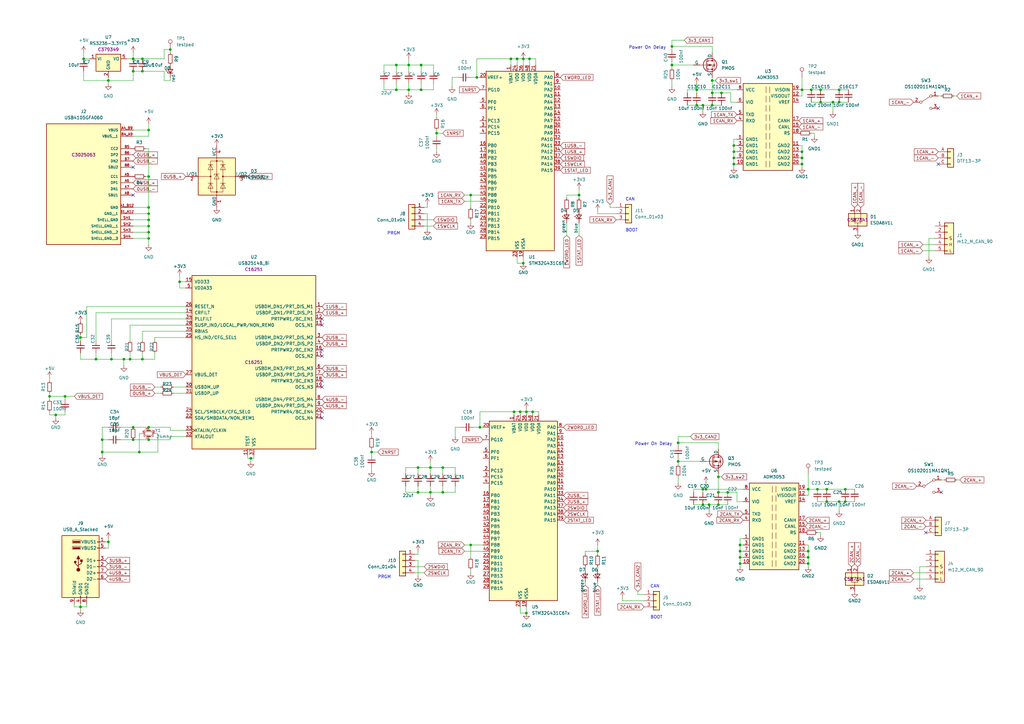
<source format=kicad_sch>
(kicad_sch (version 20230121) (generator eeschema)
  (paper "A3")
  (lib_symbols
    (symbol "Connector:TestPoint" (pin_numbers hide) (pin_names (offset 0.762) hide)
      (property "Reference" "TP" (at 0 6.858 0))
      (property "Value" "TestPoint" (at 0 5.08 0))
      (symbol "TestPoint_1_1"
        (pin passive line (at 0 0 90) (length 2.54) (name "1") (number "1"))
      )
    )
    (symbol "Connector:USB_A_Stacked" (pin_names (offset 1.016))
      (property "Reference" "J" (at 0 15.875 0))
      (property "Value" "USB_A_Stacked" (at 0 13.97 0))
      (symbol "USB_A_Stacked_1_1"
        (pin power_in line (at 10.16 10.16 180) (length 2.54) (name "VBUS1") (number "1"))
        (pin bidirectional line (at 10.16 0 180) (length 2.54) (name "D1-") (number "2"))
        (pin bidirectional line (at 10.16 2.54 180) (length 2.54) (name "D1+") (number "3"))
        (pin power_in line (at 0 -15.24 90) (length 2.54) (name "GND1") (number "4"))
        (pin power_in line (at 10.16 7.62 180) (length 2.54) (name "VBUS2") (number "5"))
        (pin bidirectional line (at 10.16 -5.08 180) (length 2.54) (name "D2-") (number "6"))
        (pin bidirectional line (at 10.16 -2.54 180) (length 2.54) (name "D2+") (number "7"))
        (pin power_in line (at 2.54 -15.24 90) (length 2.54) (name "GND2") (number "8"))
        (pin passive line (at -2.54 -15.24 90) (length 2.54) (name "Shield") (number "9"))
      )
    )
    (symbol "Connector_Generic:Conn_01x03" (pin_names (offset 1.016) hide)
      (property "Reference" "J" (at 0 5.08 0))
      (property "Value" "Conn_01x03" (at 0 -5.08 0))
      (symbol "Conn_01x03_1_1"
        (pin passive line (at -5.08 2.54 0) (length 3.81) (name "Pin_1") (number "1"))
        (pin passive line (at -5.08 0 0) (length 3.81) (name "Pin_2") (number "2"))
        (pin passive line (at -5.08 -2.54 0) (length 3.81) (name "Pin_3") (number "3"))
      )
    )
    (symbol "Connector_Generic:Conn_01x04" (pin_names (offset 1.016) hide)
      (property "Reference" "J" (at 0 5.08 0))
      (property "Value" "Conn_01x04" (at 0 -7.62 0))
      (symbol "Conn_01x04_1_1"
        (pin passive line (at -5.08 2.54 0) (length 3.81) (name "Pin_1") (number "1"))
        (pin passive line (at -5.08 0 0) (length 3.81) (name "Pin_2") (number "2"))
        (pin passive line (at -5.08 -2.54 0) (length 3.81) (name "Pin_3") (number "3"))
        (pin passive line (at -5.08 -5.08 0) (length 3.81) (name "Pin_4") (number "4"))
      )
    )
    (symbol "Device:C_Small" (pin_numbers hide) (pin_names (offset 0.254) hide)
      (property "Reference" "C" (at 0.254 1.778 0))
      (property "Value" "C_Small" (at 0.254 -2.032 0))
      (symbol "C_Small_1_1"
        (pin passive line (at 0 2.54 270) (length 2.032) (name "~") (number "1"))
        (pin passive line (at 0 -2.54 90) (length 2.032) (name "~") (number "2"))
      )
    )
    (symbol "Device:Crystal_GND24_Small" (pin_names (offset 1.016) hide)
      (property "Reference" "Y" (at 1.27 4.445 0))
      (property "Value" "Crystal_GND24_Small" (at 1.27 2.54 0))
      (symbol "Crystal_GND24_Small_1_1"
        (pin passive line (at -2.54 0 0) (length 1.27) (name "1") (number "1"))
        (pin passive line (at 0 -2.54 90) (length 0.635) (name "2") (number "2"))
        (pin passive line (at 2.54 0 180) (length 1.27) (name "3") (number "3"))
        (pin passive line (at 0 2.54 270) (length 0.635) (name "4") (number "4"))
      )
    )
    (symbol "Device:LED_Small" (pin_numbers hide) (pin_names (offset 0.254) hide)
      (property "Reference" "D" (at -1.27 3.175 0))
      (property "Value" "LED_Small" (at -4.445 -2.54 0))
      (symbol "LED_Small_1_1"
        (pin passive line (at -2.54 0 0) (length 1.778) (name "K") (number "1"))
        (pin passive line (at 2.54 0 180) (length 1.778) (name "A") (number "2"))
      )
    )
    (symbol "Device:R_Small" (pin_numbers hide) (pin_names (offset 0.254) hide)
      (property "Reference" "R" (at 0.762 0.508 0))
      (property "Value" "R_Small" (at 0.762 -1.016 0))
      (symbol "R_Small_1_1"
        (pin passive line (at 0 2.54 270) (length 0.762) (name "~") (number "1"))
        (pin passive line (at 0 -2.54 90) (length 0.762) (name "~") (number "2"))
      )
    )
    (symbol "Ethan_library:DTF13-3P" (pin_names (offset 1.016) hide)
      (property "Reference" "J" (at 0 5.08 0))
      (property "Value" "DTF13-3P" (at 0 -5.08 0))
      (symbol "DTF13-3P_1_1"
        (pin passive line (at -5.08 2.54 0) (length 3.81) (name "Pin_1") (number "A"))
        (pin passive line (at -5.08 0 0) (length 3.81) (name "Pin_2") (number "B"))
        (pin passive line (at -5.08 -2.54 0) (length 3.81) (name "Pin_3") (number "C"))
      )
    )
    (symbol "Ethan_library:ESDA6V1L" (pin_names hide)
      (property "Reference" "D" (at -5.08 -3.81 0))
      (property "Value" "ESDA6V1L" (at 2.54 -3.81 0))
      (property "LCSC" "C587141" (at 0 0 0))
      (symbol "ESDA6V1L_1_0"
        (pin passive line (at 0 -5.08 90) (length 2.54) (name "GND") (number "3"))
      )
      (symbol "ESDA6V1L_1_1"
        (pin passive line (at -1.27 5.08 270) (length 2.54) (name "IO1") (number "1"))
        (pin passive line (at 1.27 5.08 270) (length 2.54) (name "IO2") (number "2"))
      )
    )
    (symbol "Ethan_library:OS102011MA1QN1" (pin_names (offset 0) hide)
      (property "Reference" "SW" (at 0 4.318 0))
      (property "Value" "OS102011MA1QN1" (at 0 -5.08 0))
      (property "LCSC" "C226259" (at 0 0 0))
      (symbol "OS102011MA1QN1_1_1"
        (pin passive line (at 5.08 2.54 180) (length 2.54) (name "A") (number "1"))
        (pin passive line (at -5.08 0 0) (length 2.54) (name "B") (number "2"))
        (pin passive line (at 5.08 -2.54 180) (length 2.54) (name "C") (number "3"))
      )
    )
    (symbol "Ethan_library:RS3236-3.3YF5"
      (property "Reference" "U" (at -3.81 3.175 0))
      (property "Value" "RS3236-3.3YF5" (at 0 3.175 0))
      (property "LCSC" "C379349" (at 0 0 0))
      (symbol "RS3236-3.3YF5_1_1"
        (pin power_in line (at -7.62 0 0) (length 2.54) (name "VI") (number "1"))
        (pin power_in line (at 0 -7.62 90) (length 2.54) (name "GND") (number "2"))
        (pin power_out line (at 7.62 0 180) (length 2.54) (name "VO") (number "5"))
      )
    )
    (symbol "Ethan_library:USB2514B_Bi" (pin_names (offset 1.016))
      (property "Reference" "U" (at -17.78 40.64 0))
      (property "Value" "USB2514B_Bi" (at -20.32 38.1 0))
      (property "LSCS" "C16251" (at 0 0 0))
      (symbol "USB2514B_Bi_1_1"
        (pin bidirectional line (at 27.94 22.86 180) (length 2.54) (name "USBDM_DN1/PRT_DIS_M1") (number "1"))
        (pin power_in line (at -27.94 30.48 0) (length 2.54) hide (name "VDDA33") (number "10"))
        (pin input line (at -2.54 -38.1 90) (length 2.54) (name "TEST") (number "11"))
        (pin bidirectional line (at 27.94 17.78 180) (length 2.54) (name "PRTPWR1/BC_EN1") (number "12"))
        (pin input line (at 27.94 15.24 180) (length 2.54) (name "OCS_N1") (number "13"))
        (pin input line (at -27.94 20.32 0) (length 2.54) (name "CRFILT") (number "14"))
        (pin power_in line (at -27.94 33.02 0) (length 2.54) (name "VDD33") (number "15"))
        (pin bidirectional line (at 27.94 5.08 180) (length 2.54) (name "PRTPWR2/BC_EN2") (number "16"))
        (pin input line (at 27.94 2.54 180) (length 2.54) (name "OCS_N2") (number "17"))
        (pin bidirectional line (at 27.94 -7.62 180) (length 2.54) (name "PRTPWR3/BC_EN3") (number "18"))
        (pin input line (at 27.94 -10.16 180) (length 2.54) (name "OCS_N3") (number "19"))
        (pin bidirectional line (at 27.94 20.32 180) (length 2.54) (name "USBDP_DN1/PRT_DIS_P1") (number "2"))
        (pin bidirectional line (at 27.94 -20.32 180) (length 2.54) (name "PRTPWR4/BC_EN4") (number "20"))
        (pin input line (at 27.94 -22.86 180) (length 2.54) (name "OCS_N4") (number "21"))
        (pin bidirectional line (at -27.94 -22.86 0) (length 2.54) (name "SDA/SMBDATA/NON_REM1") (number "22"))
        (pin power_in line (at -27.94 33.02 0) (length 2.54) hide (name "VDD33") (number "23"))
        (pin bidirectional line (at -27.94 -20.32 0) (length 2.54) (name "SCL/SMBCLK/CFG_SEL0") (number "24"))
        (pin bidirectional line (at -27.94 10.16 0) (length 2.54) (name "HS_IND/CFG_SEL1") (number "25"))
        (pin input line (at -27.94 22.86 0) (length 2.54) (name "RESET_N") (number "26"))
        (pin input line (at -27.94 -5.08 0) (length 2.54) (name "VBUS_DET") (number "27"))
        (pin bidirectional line (at -27.94 15.24 0) (length 2.54) (name "SUSP_IND/LOCAL_PWR/NON_REM0") (number "28"))
        (pin power_in line (at -27.94 30.48 0) (length 2.54) hide (name "VDDA33") (number "29"))
        (pin bidirectional line (at 27.94 10.16 180) (length 2.54) (name "USBDM_DN2/PRT_DIS_M2") (number "3"))
        (pin bidirectional line (at -27.94 -10.16 0) (length 2.54) (name "USBDM_UP") (number "30"))
        (pin bidirectional line (at -27.94 -12.7 0) (length 2.54) (name "USBDP_UP") (number "31"))
        (pin output line (at -27.94 -30.48 0) (length 2.54) (name "XTALOUT") (number "32"))
        (pin input clock (at -27.94 -27.94 0) (length 2.54) (name "XTALIN/CLKIN") (number "33"))
        (pin input line (at -27.94 17.78 0) (length 2.54) (name "PLLFILT") (number "34"))
        (pin input line (at -27.94 12.7 0) (length 2.54) (name "RBIAS") (number "35"))
        (pin power_in line (at -27.94 30.48 0) (length 2.54) hide (name "VDDA33") (number "36"))
        (pin power_in line (at 0 -38.1 90) (length 2.54) (name "VSS") (number "37"))
        (pin bidirectional line (at 27.94 7.62 180) (length 2.54) (name "USBDP_DN2/PRT_DIS_P2") (number "4"))
        (pin power_in line (at -27.94 30.48 0) (length 2.54) (name "VDDA33") (number "5"))
        (pin bidirectional line (at 27.94 -2.54 180) (length 2.54) (name "USBDM_DN3/PRT_DIS_M3") (number "6"))
        (pin bidirectional line (at 27.94 -5.08 180) (length 2.54) (name "USBDP_DN3/PRT_DIS_P3") (number "7"))
        (pin bidirectional line (at 27.94 -15.24 180) (length 2.54) (name "USBDM_DN4/PRT_DIS_M4") (number "8"))
        (pin bidirectional line (at 27.94 -17.78 180) (length 2.54) (name "USBDP_DN4/PRT_DIS_P4") (number "9"))
      )
    )
    (symbol "Ethan_library:USB4105GFA060" (pin_names (offset 1.016))
      (property "Reference" "J" (at -15.24 26.67 0))
      (property "Value" "USB4105GFA060" (at -15.24 -26.67 0))
      (property "LCSC" "C3025063" (at 0 12.7 0))
      (symbol "USB4105GFA060_0_0"
        (pin power_in line (at 20.32 -8.89 180) (length 5.08) (name "GND") (number "A1_B12"))
        (pin power_in line (at 20.32 22.86 180) (length 5.08) (name "VBUS") (number "A4_B9"))
        (pin bidirectional line (at 20.32 3.81 180) (length 5.08) (name "CC1") (number "A5"))
        (pin bidirectional line (at 20.32 1.27 180) (length 5.08) (name "DP1") (number "A6"))
        (pin bidirectional line (at 20.32 -1.27 180) (length 5.08) (name "DN1") (number "A7"))
        (pin bidirectional line (at 20.32 -3.81 180) (length 5.08) (name "SBU1") (number "A8"))
        (pin power_in line (at 20.32 -11.43 180) (length 5.08) (name "GND__1") (number "B1_A12"))
        (pin power_in line (at 20.32 20.32 180) (length 5.08) (name "VBUS__1") (number "B4_A9"))
        (pin bidirectional line (at 20.32 15.24 180) (length 5.08) (name "CC2") (number "B5"))
        (pin bidirectional line (at 20.32 12.7 180) (length 5.08) (name "DP2") (number "B6"))
        (pin bidirectional line (at 20.32 10.16 180) (length 5.08) (name "DN2") (number "B7"))
        (pin bidirectional line (at 20.32 7.62 180) (length 5.08) (name "SBU2") (number "B8"))
        (pin power_in line (at 20.32 -13.97 180) (length 5.08) (name "SHELL_GND") (number "SH1"))
        (pin power_in line (at 20.32 -16.51 180) (length 5.08) (name "SHELL_GND__1") (number "SH2"))
        (pin power_in line (at 20.32 -19.05 180) (length 5.08) (name "SHELL_GND__2") (number "SH3"))
        (pin power_in line (at 20.32 -21.59 180) (length 5.08) (name "SHELL_GND__3") (number "SH4"))
      )
    )
    (symbol "Ethan_library:m12_M_90" (pin_names (offset 1.016) hide)
      (property "Reference" "J" (at 0 7.62 0))
      (property "Value" "m12_M_CAN_90" (at 0 -7.62 0))
      (symbol "m12_M_90_1_1"
        (text "H" (at 1.27 -2.54 0) (effects (font (size 1.27 1.27))))
        (text "L\n" (at 1.27 -5.08 0) (effects (font (size 1.27 1.27))))
        (text "S" (at 1.27 0 0) (effects (font (size 1.27 1.27))))
        (pin passive line (at -5.08 5.08 0) (length 3.81) (name "Pin_1") (number "1"))
        (pin passive line (at -5.08 2.54 0) (length 3.81) (name "Pin_2") (number "2"))
        (pin passive line (at -5.08 0 0) (length 3.81) (name "Pin_3") (number "3"))
        (pin passive line (at -5.08 -2.54 0) (length 3.81) (name "Pin_4") (number "4"))
        (pin passive line (at -5.08 -5.08 0) (length 3.81) (name "Pin_5") (number "5"))
      )
    )
    (symbol "Interface_CAN_LIN:ADM3053" (pin_names (offset 1.016))
      (property "Reference" "U" (at -10.16 19.05 0))
      (property "Value" "ADM3053" (at 10.16 19.05 0))
      (symbol "ADM3053_1_1"
        (pin power_in line (at -12.7 -5.08 0) (length 2.54) (name "GND1") (number "1"))
        (pin power_in line (at -12.7 -15.24 0) (length 2.54) (name "GND1") (number "10"))
        (pin power_in line (at 12.7 -7.62 180) (length 2.54) (name "GND2") (number "11"))
        (pin power_out line (at 12.7 12.7 180) (length 2.54) (name "VISOOUT") (number "12"))
        (pin power_in line (at 12.7 -10.16 180) (length 2.54) (name "GND2") (number "13"))
        (pin input line (at 12.7 10.16 180) (length 2.54) (name "VREF") (number "14"))
        (pin bidirectional line (at 12.7 0 180) (length 2.54) (name "CANL") (number "15"))
        (pin power_in line (at 12.7 -12.7 180) (length 2.54) (name "GND2") (number "16"))
        (pin bidirectional line (at 12.7 2.54 180) (length 2.54) (name "CANH") (number "17"))
        (pin input line (at 12.7 -2.54 180) (length 2.54) (name "RS") (number "18"))
        (pin power_in line (at 12.7 15.24 180) (length 2.54) (name "VISOIN") (number "19"))
        (pin no_connect line (at -2.54 -17.78 90) (length 2.54) hide (name "NC") (number "2"))
        (pin power_in line (at 12.7 -15.24 180) (length 2.54) (name "GND2") (number "20"))
        (pin power_in line (at -12.7 -7.62 0) (length 2.54) (name "GND1") (number "3"))
        (pin output line (at -12.7 2.54 0) (length 2.54) (name "RXD") (number "4"))
        (pin input line (at -12.7 5.08 0) (length 2.54) (name "TXD") (number "5"))
        (pin power_in line (at -12.7 10.16 0) (length 2.54) (name "VIO") (number "6"))
        (pin power_in line (at -12.7 -10.16 0) (length 2.54) (name "GND1") (number "7"))
        (pin power_in line (at -12.7 15.24 0) (length 2.54) (name "VCC") (number "8"))
        (pin power_in line (at -12.7 -12.7 0) (length 2.54) (name "GND1") (number "9"))
      )
    )
    (symbol "MCU_ST_STM32G4:STM32G431C6Tx"
      (property "Reference" "U" (at -12.7 39.37 0))
      (property "Value" "STM32G431C6Tx" (at 10.16 39.37 0))
      (symbol "STM32G431C6Tx_1_1"
        (pin power_in line (at -2.54 40.64 270) (length 2.54) (name "VBAT") (number "1"))
        (pin bidirectional line (at 17.78 30.48 180) (length 2.54) (name "PA2") (number "10"))
        (pin bidirectional line (at 17.78 27.94 180) (length 2.54) (name "PA3") (number "11"))
        (pin bidirectional line (at 17.78 25.4 180) (length 2.54) (name "PA4") (number "12"))
        (pin bidirectional line (at 17.78 22.86 180) (length 2.54) (name "PA5") (number "13"))
        (pin bidirectional line (at 17.78 20.32 180) (length 2.54) (name "PA6") (number "14"))
        (pin bidirectional line (at 17.78 17.78 180) (length 2.54) (name "PA7") (number "15"))
        (pin bidirectional line (at -15.24 7.62 0) (length 2.54) (name "PB0") (number "16"))
        (pin bidirectional line (at -15.24 5.08 0) (length 2.54) (name "PB1") (number "17"))
        (pin bidirectional line (at -15.24 2.54 0) (length 2.54) (name "PB2") (number "18"))
        (pin power_in line (at 2.54 -38.1 90) (length 2.54) (name "VSSA") (number "19"))
        (pin bidirectional line (at -15.24 17.78 0) (length 2.54) (name "PC13") (number "2"))
        (pin input line (at -15.24 35.56 0) (length 2.54) (name "VREF+") (number "20"))
        (pin power_in line (at 7.62 40.64 270) (length 2.54) (name "VDDA") (number "21"))
        (pin bidirectional line (at -15.24 -17.78 0) (length 2.54) (name "PB10") (number "22"))
        (pin power_in line (at 0 -38.1 90) (length 2.54) (name "VSS") (number "23"))
        (pin power_in line (at 0 40.64 270) (length 2.54) (name "VDD") (number "24"))
        (pin bidirectional line (at -15.24 -20.32 0) (length 2.54) (name "PB11") (number "25"))
        (pin bidirectional line (at -15.24 -22.86 0) (length 2.54) (name "PB12") (number "26"))
        (pin bidirectional line (at -15.24 -25.4 0) (length 2.54) (name "PB13") (number "27"))
        (pin bidirectional line (at -15.24 -27.94 0) (length 2.54) (name "PB14") (number "28"))
        (pin bidirectional line (at -15.24 -30.48 0) (length 2.54) (name "PB15") (number "29"))
        (pin bidirectional line (at -15.24 15.24 0) (length 2.54) (name "PC14") (number "3"))
        (pin bidirectional line (at 17.78 15.24 180) (length 2.54) (name "PA8") (number "30"))
        (pin bidirectional line (at 17.78 12.7 180) (length 2.54) (name "PA9") (number "31"))
        (pin bidirectional line (at 17.78 10.16 180) (length 2.54) (name "PA10") (number "32"))
        (pin bidirectional line (at 17.78 7.62 180) (length 2.54) (name "PA11") (number "33"))
        (pin bidirectional line (at 17.78 5.08 180) (length 2.54) (name "PA12") (number "34"))
        (pin passive line (at 0 -38.1 90) (length 2.54) hide (name "VSS") (number "35"))
        (pin power_in line (at 2.54 40.64 270) (length 2.54) (name "VDD") (number "36"))
        (pin bidirectional line (at 17.78 2.54 180) (length 2.54) (name "PA13") (number "37"))
        (pin bidirectional line (at 17.78 0 180) (length 2.54) (name "PA14") (number "38"))
        (pin bidirectional line (at 17.78 -2.54 180) (length 2.54) (name "PA15") (number "39"))
        (pin bidirectional line (at -15.24 12.7 0) (length 2.54) (name "PC15") (number "4"))
        (pin bidirectional line (at -15.24 0 0) (length 2.54) (name "PB3") (number "40"))
        (pin bidirectional line (at -15.24 -2.54 0) (length 2.54) (name "PB4") (number "41"))
        (pin bidirectional line (at -15.24 -5.08 0) (length 2.54) (name "PB5") (number "42"))
        (pin bidirectional line (at -15.24 -7.62 0) (length 2.54) (name "PB6") (number "43"))
        (pin bidirectional line (at -15.24 -10.16 0) (length 2.54) (name "PB7") (number "44"))
        (pin bidirectional line (at -15.24 -12.7 0) (length 2.54) (name "PB8") (number "45"))
        (pin bidirectional line (at -15.24 -15.24 0) (length 2.54) (name "PB9") (number "46"))
        (pin passive line (at 0 -38.1 90) (length 2.54) hide (name "VSS") (number "47"))
        (pin power_in line (at 5.08 40.64 270) (length 2.54) (name "VDD") (number "48"))
        (pin bidirectional line (at -15.24 25.4 0) (length 2.54) (name "PF0") (number "5"))
        (pin bidirectional line (at -15.24 22.86 0) (length 2.54) (name "PF1") (number "6"))
        (pin bidirectional line (at -15.24 30.48 0) (length 2.54) (name "PG10") (number "7"))
        (pin bidirectional line (at 17.78 35.56 180) (length 2.54) (name "PA0") (number "8"))
        (pin bidirectional line (at 17.78 33.02 180) (length 2.54) (name "PA1") (number "9"))
      )
    )
    (symbol "Power_Protection:PRTR5V0U2X" (pin_names (offset 0))
      (property "Reference" "D" (at 2.794 8.636 0))
      (property "Value" "PRTR5V0U2X" (at 8.128 -9.398 0))
      (symbol "PRTR5V0U2X_1_1"
        (pin passive line (at 0 -12.7 90) (length 5.08) (name "GND") (number "1"))
        (pin passive line (at -12.7 0 0) (length 5.08) (name "I/O1") (number "2"))
        (pin passive line (at 12.7 0 180) (length 5.08) (name "I/O2") (number "3"))
        (pin passive line (at 0 12.7 270) (length 5.08) (name "VCC") (number "4"))
      )
    )
    (symbol "Simulation_SPICE:PMOS" (pin_numbers hide) (pin_names (offset 0))
      (property "Reference" "Q" (at 5.08 1.27 0))
      (property "Value" "PMOS" (at 5.08 -1.27 0))
      (symbol "PMOS_1_1"
        (pin passive line (at 2.54 5.08 270) (length 2.54) (name "D") (number "1"))
        (pin input line (at -5.08 0 0) (length 2.54) (name "G") (number "2"))
        (pin passive line (at 2.54 -5.08 90) (length 2.54) (name "S") (number "3"))
      )
    )
    (symbol "power:+3V3" (power) (pin_names (offset 0))
      (property "Value" "+3V3" (at 0 3.556 0))
      (symbol "+3V3_1_1"
        (pin power_in line (at 0 0 90) (length 0) hide (name "+3V3") (number "1"))
      )
    )
    (symbol "power:+5V" (power) (pin_names (offset 0))
      (property "Value" "+5V" (at 0 3.556 0))
      (symbol "+5V_1_1"
        (pin power_in line (at 0 0 90) (length 0) hide (name "+5V") (number "1"))
      )
    )
    (symbol "power:GND" (power) (pin_names (offset 0))
      (property "Value" "GND" (at 0 -3.81 0))
      (symbol "GND_1_1"
        (pin power_in line (at 0 0 270) (length 0) hide (name "GND") (number "1"))
      )
    )
    (symbol "power:GND1" (power) (pin_names (offset 0))
      (property "Value" "GND1" (at 0 -3.81 0))
      (symbol "GND1_1_1"
        (pin power_in line (at 0 0 270) (length 0) hide (name "GND1") (number "1"))
      )
    )
    (symbol "power:GND2" (power) (pin_names (offset 0))
      (property "Value" "GND2" (at 0 -3.81 0))
      (symbol "GND2_1_1"
        (pin power_in line (at 0 0 270) (length 0) hide (name "GND2") (number "1"))
      )
    )
  )
  (junction (at 214.63 24.13))
  (junction (at 44.45 33.02))
  (junction (at 60.96 95.25))
  (junction (at 34.29 24.13))
  (junction (at 41.91 185.42))
  (junction (at 193.04 80.01))
  (junction (at 53.34 147.32))
  (junction (at 288.29 207.01))
  (junction (at 328.93 64.77))
  (junction (at 328.93 62.23))
  (junction (at 172.72 36.83))
  (junction (at 288.29 43.18))
  (junction (at 171.45 191.77))
  (junction (at 336.55 36.83))
  (junction (at 217.17 24.13))
  (junction (at 294.64 207.01))
  (junction (at 341.63 41.91))
  (junction (at 213.36 168.91))
  (junction (at 346.71 200.66))
  (junction (at 60.96 180.34))
  (junction (at 335.28 200.66))
  (junction (at 176.53 191.77))
  (junction (at 181.61 201.93))
  (junction (at 209.55 24.13))
  (junction (at 176.53 201.93))
  (junction (at 331.47 226.06))
  (junction (at 289.56 200.66))
  (junction (at 102.87 187.96))
  (junction (at 275.59 26.67))
  (junction (at 285.75 43.18))
  (junction (at 278.13 189.23))
  (junction (at 303.53 231.14))
  (junction (at 331.47 200.66))
  (junction (at 33.02 138.43))
  (junction (at 44.45 222.25))
  (junction (at 33.02 248.92))
  (junction (at 60.96 92.71))
  (junction (at 26.67 162.56))
  (junction (at 331.47 231.14))
  (junction (at 292.1 43.18))
  (junction (at 167.64 26.67))
  (junction (at 328.93 67.31))
  (junction (at 45.72 147.32))
  (junction (at 195.58 31.75))
  (junction (at 344.17 41.91))
  (junction (at 298.45 201.93))
  (junction (at 303.53 228.6))
  (junction (at 292.1 33.02))
  (junction (at 300.99 67.31))
  (junction (at 300.99 62.23))
  (junction (at 300.99 64.77))
  (junction (at 295.91 38.1))
  (junction (at 50.8 147.32))
  (junction (at 215.9 168.91))
  (junction (at 60.96 175.26))
  (junction (at 328.93 36.83))
  (junction (at 54.61 180.34))
  (junction (at 20.32 162.56))
  (junction (at 58.42 147.32))
  (junction (at 332.74 36.83))
  (junction (at 245.11 226.06))
  (junction (at 215.9 251.46))
  (junction (at 303.53 226.06))
  (junction (at 214.63 107.95))
  (junction (at 294.64 195.58))
  (junction (at 303.53 223.52))
  (junction (at 152.4 185.42))
  (junction (at 22.86 170.18))
  (junction (at 54.61 24.13))
  (junction (at 181.61 191.77))
  (junction (at 171.45 201.93))
  (junction (at 237.49 80.01))
  (junction (at 60.96 85.09))
  (junction (at 73.66 115.57))
  (junction (at 339.09 205.74))
  (junction (at 290.83 207.01))
  (junction (at 162.56 26.67))
  (junction (at 172.72 26.67))
  (junction (at 39.37 147.32))
  (junction (at 300.99 59.69))
  (junction (at 60.96 87.63))
  (junction (at 196.85 175.26))
  (junction (at 344.17 36.83))
  (junction (at 162.56 36.83))
  (junction (at 57.15 185.42))
  (junction (at 179.07 54.61))
  (junction (at 60.96 72.39))
  (junction (at 346.71 205.74))
  (junction (at 218.44 168.91))
  (junction (at 336.55 41.91))
  (junction (at 54.61 29.21))
  (junction (at 212.09 24.13))
  (junction (at 339.09 200.66))
  (junction (at 288.29 200.66))
  (junction (at 69.85 20.32))
  (junction (at 60.96 53.34))
  (junction (at 193.04 223.52))
  (junction (at 58.42 24.13))
  (junction (at 292.1 38.1))
  (junction (at 60.96 97.79))
  (junction (at 60.96 90.17))
  (junction (at 275.59 19.05))
  (junction (at 54.61 175.26))
  (junction (at 331.47 228.6))
  (junction (at 210.82 168.91))
  (junction (at 344.17 205.74))
  (junction (at 167.64 36.83))
  (junction (at 41.91 180.34))
  (junction (at 278.13 181.61))
  (junction (at 294.64 201.93))
  (junction (at 58.42 29.21))
  (junction (at 285.75 36.83))
  (no_connect (at 132.08 156.21))
  (no_connect (at 132.08 168.91))
  (no_connect (at 379.73 218.44))
  (no_connect (at 384.81 44.45))
  (no_connect (at 132.08 171.45))
  (no_connect (at 132.08 158.75))
  (no_connect (at 54.61 68.58))
  (no_connect (at 132.08 133.35))
  (no_connect (at 132.08 130.81))
  (no_connect (at 132.08 146.05))
  (no_connect (at 384.81 67.31))
  (no_connect (at 54.61 80.01))
  (no_connect (at 132.08 143.51))
  (no_connect (at 386.08 201.93))
  (wire (pts (xy 332.74 41.91) (xy 336.55 41.91)))
  (wire (pts (xy 102.87 187.96) (xy 104.14 187.96)))
  (wire (pts (xy 281.94 38.1) (xy 281.94 36.83)))
  (wire (pts (xy 217.17 24.13) (xy 219.71 24.13)))
  (wire (pts (xy 63.5 144.78) (xy 63.5 147.32)))
  (wire (pts (xy 335.28 218.44) (xy 336.55 218.44)))
  (wire (pts (xy 41.91 180.34) (xy 41.91 185.42)))
  (wire (pts (xy 49.53 175.26) (xy 54.61 175.26)))
  (wire (pts (xy 303.53 228.6) (xy 303.53 231.14)))
  (wire (pts (xy 171.45 191.77) (xy 171.45 194.31)))
  (wire (pts (xy 172.72 26.67) (xy 172.72 29.21)))
  (wire (pts (xy 250.19 83.82) (xy 250.19 85.09)))
  (wire (pts (xy 39.37 128.27) (xy 39.37 139.7)))
  (wire (pts (xy 298.45 201.93) (xy 294.64 201.93)))
  (wire (pts (xy 186.69 191.77) (xy 186.69 194.31)))
  (wire (pts (xy 26.67 170.18) (xy 22.86 170.18)))
  (wire (pts (xy 176.53 201.93) (xy 171.45 201.93)))
  (wire (pts (xy 67.31 33.02) (xy 69.85 33.02)))
  (wire (pts (xy 285.75 34.29) (xy 285.75 36.83)))
  (wire (pts (xy 232.41 91.44) (xy 232.41 96.52)))
  (wire (pts (xy 44.45 33.02) (xy 44.45 34.29)))
  (wire (pts (xy 152.4 186.69) (xy 152.4 185.42)))
  (wire (pts (xy 104.14 187.96) (xy 104.14 186.69)))
  (wire (pts (xy 210.82 170.18) (xy 210.82 168.91)))
  (wire (pts (xy 218.44 168.91) (xy 220.98 168.91)))
  (wire (pts (xy 331.47 231.14) (xy 331.47 232.41)))
  (wire (pts (xy 331.47 226.06) (xy 331.47 228.6)))
  (wire (pts (xy 278.13 181.61) (xy 278.13 182.88)))
  (wire (pts (xy 303.53 231.14) (xy 303.53 232.41)))
  (wire (pts (xy 327.66 36.83) (xy 328.93 36.83)))
  (wire (pts (xy 341.63 41.91) (xy 341.63 45.72)))
  (wire (pts (xy 167.64 38.1) (xy 167.64 36.83)))
  (wire (pts (xy 54.61 97.79) (xy 60.96 97.79)))
  (wire (pts (xy 179.07 46.99) (xy 179.07 48.26)))
  (wire (pts (xy 295.91 38.1) (xy 292.1 38.1)))
  (wire (pts (xy 67.31 29.21) (xy 67.31 33.02)))
  (wire (pts (xy 339.09 200.66) (xy 346.71 200.66)))
  (wire (pts (xy 217.17 24.13) (xy 217.17 26.67)))
  (wire (pts (xy 195.58 31.75) (xy 196.85 31.75)))
  (wire (pts (xy 69.85 179.07) (xy 69.85 180.34)))
  (wire (pts (xy 69.85 33.02) (xy 69.85 31.75)))
  (wire (pts (xy 304.8 220.98) (xy 303.53 220.98)))
  (wire (pts (xy 288.29 201.93) (xy 288.29 200.66)))
  (wire (pts (xy 288.29 200.66) (xy 289.56 200.66)))
  (wire (pts (xy 63.5 161.29) (xy 66.04 161.29)))
  (wire (pts (xy 245.11 86.36) (xy 245.11 87.63)))
  (wire (pts (xy 292.1 19.05) (xy 292.1 21.59)))
  (wire (pts (xy 54.61 87.63) (xy 60.96 87.63)))
  (wire (pts (xy 215.9 168.91) (xy 215.9 170.18)))
  (wire (pts (xy 328.93 36.83) (xy 332.74 36.83)))
  (wire (pts (xy 292.1 31.75) (xy 292.1 33.02)))
  (wire (pts (xy 35.56 125.73) (xy 76.2 125.73)))
  (wire (pts (xy 171.45 199.39) (xy 171.45 201.93)))
  (wire (pts (xy 44.45 31.75) (xy 44.45 33.02)))
  (wire (pts (xy 290.83 207.01) (xy 290.83 209.55)))
  (wire (pts (xy 34.29 24.13) (xy 36.83 24.13)))
  (wire (pts (xy 289.56 198.12) (xy 289.56 200.66)))
  (wire (pts (xy 331.47 200.66) (xy 335.28 200.66)))
  (wire (pts (xy 60.96 92.71) (xy 60.96 95.25)))
  (wire (pts (xy 303.53 223.52) (xy 304.8 223.52)))
  (wire (pts (xy 69.85 176.53) (xy 76.2 176.53)))
  (wire (pts (xy 33.02 248.92) (xy 30.48 248.92)))
  (wire (pts (xy 67.31 24.13) (xy 58.42 24.13)))
  (wire (pts (xy 64.77 177.8) (xy 63.5 177.8)))
  (wire (pts (xy 73.66 113.03) (xy 73.66 115.57)))
  (wire (pts (xy 278.13 187.96) (xy 278.13 189.23)))
  (wire (pts (xy 185.42 31.75) (xy 187.96 31.75)))
  (wire (pts (xy 302.26 57.15) (xy 300.99 57.15)))
  (wire (pts (xy 215.9 168.91) (xy 218.44 168.91)))
  (wire (pts (xy 57.15 177.8) (xy 57.15 185.42)))
  (wire (pts (xy 288.29 43.18) (xy 288.29 45.72)))
  (wire (pts (xy 186.69 199.39) (xy 186.69 201.93)))
  (wire (pts (xy 186.69 175.26) (xy 189.23 175.26)))
  (wire (pts (xy 336.55 218.44) (xy 336.55 219.71)))
  (wire (pts (xy 175.26 85.09) (xy 175.26 83.82)))
  (wire (pts (xy 193.04 80.01) (xy 193.04 85.09)))
  (wire (pts (xy 215.9 251.46) (xy 215.9 248.92)))
  (wire (pts (xy 52.07 24.13) (xy 54.61 24.13)))
  (wire (pts (xy 58.42 135.89) (xy 58.42 139.7)))
  (wire (pts (xy 171.45 191.77) (xy 176.53 191.77)))
  (wire (pts (xy 54.61 180.34) (xy 60.96 180.34)))
  (wire (pts (xy 39.37 147.32) (xy 45.72 147.32)))
  (wire (pts (xy 176.53 191.77) (xy 181.61 191.77)))
  (wire (pts (xy 53.34 144.78) (xy 53.34 147.32)))
  (wire (pts (xy 69.85 175.26) (xy 69.85 176.53)))
  (wire (pts (xy 237.49 80.01) (xy 237.49 81.28)))
  (wire (pts (xy 179.07 53.34) (xy 179.07 54.61)))
  (wire (pts (xy 50.8 147.32) (xy 50.8 149.86)))
  (wire (pts (xy 255.27 245.11) (xy 255.27 246.38)))
  (wire (pts (xy 212.09 24.13) (xy 214.63 24.13)))
  (wire (pts (xy 33.02 138.43) (xy 35.56 138.43)))
  (wire (pts (xy 101.6 187.96) (xy 102.87 187.96)))
  (wire (pts (xy 167.64 34.29) (xy 167.64 36.83)))
  (wire (pts (xy 53.34 133.35) (xy 53.34 139.7)))
  (wire (pts (xy 60.96 53.34) (xy 60.96 55.88)))
  (wire (pts (xy 186.69 179.07) (xy 186.69 175.26)))
  (wire (pts (xy 26.67 162.56) (xy 26.67 163.83)))
  (wire (pts (xy 102.87 189.23) (xy 102.87 187.96)))
  (wire (pts (xy 20.32 170.18) (xy 20.32 168.91)))
  (wire (pts (xy 34.29 33.02) (xy 44.45 33.02)))
  (wire (pts (xy 290.83 207.01) (xy 294.64 207.01)))
  (wire (pts (xy 328.93 39.37) (xy 327.66 39.37)))
  (wire (pts (xy 336.55 36.83) (xy 344.17 36.83)))
  (wire (pts (xy 60.96 72.39) (xy 59.69 72.39)))
  (wire (pts (xy 60.96 72.39) (xy 60.96 85.09)))
  (wire (pts (xy 327.66 64.77) (xy 328.93 64.77)))
  (wire (pts (xy 162.56 26.67) (xy 162.56 29.21)))
  (wire (pts (xy 152.4 185.42) (xy 154.94 185.42)))
  (wire (pts (xy 173.99 85.09) (xy 175.26 85.09)))
  (wire (pts (xy 193.04 223.52) (xy 198.12 223.52)))
  (wire (pts (xy 20.32 161.29) (xy 20.32 162.56)))
  (wire (pts (xy 387.35 196.85) (xy 386.08 196.85)))
  (wire (pts (xy 294.64 195.58) (xy 295.91 195.58)))
  (wire (pts (xy 172.72 34.29) (xy 172.72 36.83)))
  (wire (pts (xy 63.5 158.75) (xy 66.04 158.75)))
  (wire (pts (xy 44.45 220.98) (xy 44.45 222.25)))
  (wire (pts (xy 64.77 185.42) (xy 64.77 177.8)))
  (wire (pts (xy 175.26 87.63) (xy 173.99 87.63)))
  (wire (pts (xy 172.72 26.67) (xy 177.8 26.67)))
  (wire (pts (xy 35.56 247.65) (xy 35.56 248.92)))
  (wire (pts (xy 54.61 85.09) (xy 60.96 85.09)))
  (wire (pts (xy 378.46 102.87) (xy 383.54 102.87)))
  (wire (pts (xy 41.91 175.26) (xy 41.91 180.34)))
  (wire (pts (xy 240.03 238.76) (xy 240.03 240.03)))
  (wire (pts (xy 190.5 82.55) (xy 196.85 82.55)))
  (wire (pts (xy 245.11 232.41) (xy 245.11 233.68)))
  (wire (pts (xy 302.26 41.91) (xy 299.72 41.91)))
  (wire (pts (xy 45.72 130.81) (xy 76.2 130.81)))
  (wire (pts (xy 331.47 223.52) (xy 331.47 226.06)))
  (wire (pts (xy 60.96 97.79) (xy 60.96 100.33)))
  (wire (pts (xy 339.09 205.74) (xy 344.17 205.74)))
  (wire (pts (xy 344.17 41.91) (xy 347.98 41.91)))
  (wire (pts (xy 328.93 64.77) (xy 328.93 67.31)))
  (wire (pts (xy 57.15 185.42) (xy 64.77 185.42)))
  (wire (pts (xy 212.09 107.95) (xy 214.63 107.95)))
  (wire (pts (xy 288.29 43.18) (xy 292.1 43.18)))
  (wire (pts (xy 54.61 95.25) (xy 60.96 95.25)))
  (wire (pts (xy 181.61 191.77) (xy 181.61 194.31)))
  (wire (pts (xy 220.98 168.91) (xy 220.98 170.18)))
  (wire (pts (xy 58.42 147.32) (xy 63.5 147.32)))
  (wire (pts (xy 261.62 243.84) (xy 264.16 243.84)))
  (wire (pts (xy 300.99 64.77) (xy 302.26 64.77)))
  (wire (pts (xy 303.53 226.06) (xy 303.53 228.6)))
  (wire (pts (xy 181.61 191.77) (xy 186.69 191.77)))
  (wire (pts (xy 58.42 177.8) (xy 57.15 177.8)))
  (wire (pts (xy 162.56 26.67) (xy 167.64 26.67)))
  (wire (pts (xy 63.5 139.7) (xy 63.5 138.43)))
  (wire (pts (xy 22.86 170.18) (xy 20.32 170.18)))
  (wire (pts (xy 69.85 21.59) (xy 69.85 20.32)))
  (wire (pts (xy 26.67 162.56) (xy 30.48 162.56)))
  (wire (pts (xy 331.47 231.14) (xy 330.2 231.14)))
  (wire (pts (xy 284.48 200.66) (xy 288.29 200.66)))
  (wire (pts (xy 73.66 115.57) (xy 76.2 115.57)))
  (wire (pts (xy 250.19 85.09) (xy 252.73 85.09)))
  (wire (pts (xy 54.61 175.26) (xy 60.96 175.26)))
  (wire (pts (xy 330.2 228.6) (xy 331.47 228.6)))
  (wire (pts (xy 336.55 41.91) (xy 341.63 41.91)))
  (wire (pts (xy 381 97.79) (xy 381 105.41)))
  (wire (pts (xy 334.01 54.61) (xy 334.01 55.88)))
  (wire (pts (xy 181.61 199.39) (xy 181.61 201.93)))
  (wire (pts (xy 181.61 201.93) (xy 176.53 201.93)))
  (wire (pts (xy 35.56 248.92) (xy 33.02 248.92)))
  (wire (pts (xy 215.9 168.91) (xy 215.9 167.64)))
  (wire (pts (xy 327.66 62.23) (xy 328.93 62.23)))
  (wire (pts (xy 73.66 115.57) (xy 73.66 118.11)))
  (wire (pts (xy 295.91 38.1) (xy 299.72 38.1)))
  (wire (pts (xy 167.64 26.67) (xy 167.64 29.21)))
  (wire (pts (xy 60.96 87.63) (xy 60.96 90.17)))
  (wire (pts (xy 341.63 41.91) (xy 344.17 41.91)))
  (wire (pts (xy 157.48 26.67) (xy 162.56 26.67)))
  (wire (pts (xy 330.2 223.52) (xy 331.47 223.52)))
  (wire (pts (xy 240.03 226.06) (xy 245.11 226.06)))
  (wire (pts (xy 69.85 20.32) (xy 67.31 20.32)))
  (wire (pts (xy 328.93 31.75) (xy 328.93 36.83)))
  (wire (pts (xy 162.56 36.83) (xy 157.48 36.83)))
  (wire (pts (xy 54.61 92.71) (xy 60.96 92.71)))
  (wire (pts (xy 152.4 184.15) (xy 152.4 185.42)))
  (wire (pts (xy 332.74 36.83) (xy 336.55 36.83)))
  (wire (pts (xy 194.31 175.26) (xy 196.85 175.26)))
  (wire (pts (xy 177.8 26.67) (xy 177.8 29.21)))
  (wire (pts (xy 172.72 36.83) (xy 167.64 36.83)))
  (wire (pts (xy 60.96 55.88) (xy 54.61 55.88)))
  (wire (pts (xy 20.32 154.94) (xy 20.32 156.21)))
  (wire (pts (xy 50.8 147.32) (xy 53.34 147.32)))
  (wire (pts (xy 300.99 59.69) (xy 300.99 62.23)))
  (wire (pts (xy 237.49 91.44) (xy 237.49 96.52)))
  (wire (pts (xy 44.45 175.26) (xy 41.91 175.26)))
  (wire (pts (xy 39.37 128.27) (xy 76.2 128.27)))
  (wire (pts (xy 60.96 50.8) (xy 60.96 53.34)))
  (wire (pts (xy 195.58 24.13) (xy 209.55 24.13)))
  (wire (pts (xy 303.53 226.06) (xy 304.8 226.06)))
  (wire (pts (xy 288.29 207.01) (xy 290.83 207.01)))
  (wire (pts (xy 328.93 59.69) (xy 328.93 62.23)))
  (wire (pts (xy 278.13 189.23) (xy 287.02 189.23)))
  (wire (pts (xy 284.48 201.93) (xy 284.48 200.66)))
  (wire (pts (xy 213.36 168.91) (xy 213.36 170.18)))
  (wire (pts (xy 177.8 34.29) (xy 177.8 36.83)))
  (wire (pts (xy 294.64 195.58) (xy 294.64 201.93)))
  (wire (pts (xy 300.99 67.31) (xy 300.99 68.58)))
  (wire (pts (xy 210.82 168.91) (xy 196.85 168.91)))
  (wire (pts (xy 214.63 107.95) (xy 214.63 105.41)))
  (wire (pts (xy 294.64 194.31) (xy 294.64 195.58)))
  (wire (pts (xy 60.96 85.09) (xy 60.96 87.63)))
  (wire (pts (xy 20.32 162.56) (xy 26.67 162.56)))
  (wire (pts (xy 54.61 29.21) (xy 58.42 29.21)))
  (wire (pts (xy 193.04 80.01) (xy 196.85 80.01)))
  (wire (pts (xy 278.13 195.58) (xy 278.13 198.12)))
  (wire (pts (xy 54.61 24.13) (xy 54.61 21.59)))
  (wire (pts (xy 54.61 33.02) (xy 44.45 33.02)))
  (wire (pts (xy 176.53 189.23) (xy 176.53 191.77)))
  (wire (pts (xy 171.45 229.87) (xy 171.45 236.22)))
  (wire (pts (xy 255.27 246.38) (xy 264.16 246.38)))
  (wire (pts (xy 176.53 199.39) (xy 176.53 201.93)))
  (wire (pts (xy 300.99 62.23) (xy 302.26 62.23)))
  (wire (pts (xy 193.04 234.95) (xy 193.04 233.68)))
  (wire (pts (xy 344.17 205.74) (xy 346.71 205.74)))
  (wire (pts (xy 170.18 232.41) (xy 173.99 232.41)))
  (wire (pts (xy 245.11 226.06) (xy 245.11 227.33)))
  (wire (pts (xy 328.93 67.31) (xy 327.66 67.31)))
  (wire (pts (xy 278.13 189.23) (xy 278.13 190.5)))
  (wire (pts (xy 280.67 16.51) (xy 275.59 16.51)))
  (wire (pts (xy 328.93 67.31) (xy 328.93 68.58)))
  (wire (pts (xy 45.72 139.7) (xy 45.72 130.81)))
  (wire (pts (xy 54.61 24.13) (xy 58.42 24.13)))
  (wire (pts (xy 196.85 175.26) (xy 198.12 175.26)))
  (wire (pts (xy 71.12 158.75) (xy 76.2 158.75)))
  (wire (pts (xy 300.99 59.69) (xy 302.26 59.69)))
  (wire (pts (xy 71.12 161.29) (xy 76.2 161.29)))
  (wire (pts (xy 41.91 180.34) (xy 44.45 180.34)))
  (wire (pts (xy 275.59 33.02) (xy 275.59 35.56)))
  (wire (pts (xy 45.72 147.32) (xy 50.8 147.32)))
  (wire (pts (xy 175.26 87.63) (xy 175.26 93.98)))
  (wire (pts (xy 54.61 90.17) (xy 60.96 90.17)))
  (wire (pts (xy 33.02 144.78) (xy 33.02 147.32)))
  (wire (pts (xy 283.21 179.07) (xy 278.13 179.07)))
  (wire (pts (xy 166.37 201.93) (xy 166.37 199.39)))
  (wire (pts (xy 292.1 33.02) (xy 293.37 33.02)))
  (wire (pts (xy 275.59 26.67) (xy 284.48 26.67)))
  (wire (pts (xy 166.37 191.77) (xy 166.37 194.31)))
  (wire (pts (xy 335.28 200.66) (xy 339.09 200.66)))
  (wire (pts (xy 303.53 231.14) (xy 304.8 231.14)))
  (wire (pts (xy 33.02 138.43) (xy 33.02 139.7)))
  (wire (pts (xy 60.96 180.34) (xy 69.85 180.34)))
  (wire (pts (xy 152.4 177.8) (xy 152.4 179.07)))
  (wire (pts (xy 69.85 179.07) (xy 76.2 179.07)))
  (wire (pts (xy 60.96 95.25) (xy 60.96 97.79)))
  (wire (pts (xy 179.07 55.88) (xy 179.07 54.61)))
  (wire (pts (xy 157.48 36.83) (xy 157.48 34.29)))
  (wire (pts (xy 34.29 29.21) (xy 34.29 33.02)))
  (wire (pts (xy 196.85 168.91) (xy 196.85 175.26)))
  (wire (pts (xy 237.49 77.47) (xy 237.49 80.01)))
  (wire (pts (xy 209.55 24.13) (xy 212.09 24.13)))
  (wire (pts (xy 327.66 59.69) (xy 328.93 59.69)))
  (wire (pts (xy 232.41 81.28) (xy 232.41 80.01)))
  (wire (pts (xy 303.53 220.98) (xy 303.53 223.52)))
  (wire (pts (xy 67.31 20.32) (xy 67.31 24.13)))
  (wire (pts (xy 344.17 36.83) (xy 347.98 36.83)))
  (wire (pts (xy 53.34 147.32) (xy 58.42 147.32)))
  (wire (pts (xy 186.69 201.93) (xy 181.61 201.93)))
  (wire (pts (xy 166.37 191.77) (xy 171.45 191.77)))
  (wire (pts (xy 213.36 248.92) (xy 213.36 251.46)))
  (wire (pts (xy 33.02 147.32) (xy 39.37 147.32)))
  (wire (pts (xy 218.44 168.91) (xy 218.44 170.18)))
  (wire (pts (xy 41.91 185.42) (xy 41.91 186.69)))
  (wire (pts (xy 39.37 144.78) (xy 39.37 147.32)))
  (wire (pts (xy 41.91 185.42) (xy 57.15 185.42)))
  (wire (pts (xy 193.04 223.52) (xy 193.04 228.6)))
  (wire (pts (xy 26.67 168.91) (xy 26.67 170.18)))
  (wire (pts (xy 33.02 247.65) (xy 33.02 248.92)))
  (wire (pts (xy 331.47 203.2) (xy 330.2 203.2)))
  (wire (pts (xy 275.59 19.05) (xy 275.59 20.32)))
  (wire (pts (xy 292.1 33.02) (xy 292.1 38.1)))
  (wire (pts (xy 179.07 54.61) (xy 181.61 54.61)))
  (wire (pts (xy 219.71 24.13) (xy 219.71 26.67)))
  (wire (pts (xy 22.86 171.45) (xy 22.86 170.18)))
  (wire (pts (xy 275.59 19.05) (xy 292.1 19.05)))
  (wire (pts (xy 45.72 144.78) (xy 45.72 147.32)))
  (wire (pts (xy 60.96 175.26) (xy 69.85 175.26)))
  (wire (pts (xy 170.18 227.33) (xy 171.45 227.33)))
  (wire (pts (xy 162.56 34.29) (xy 162.56 36.83)))
  (wire (pts (xy 378.46 100.33) (xy 383.54 100.33)))
  (wire (pts (xy 170.18 234.95) (xy 173.99 234.95)))
  (wire (pts (xy 54.61 29.21) (xy 54.61 33.02)))
  (wire (pts (xy 346.71 200.66) (xy 350.52 200.66)))
  (wire (pts (xy 331.47 194.31) (xy 331.47 200.66)))
  (wire (pts (xy 167.64 36.83) (xy 162.56 36.83)))
  (wire (pts (xy 331.47 228.6) (xy 331.47 231.14)))
  (wire (pts (xy 278.13 181.61) (xy 294.64 181.61)))
  (wire (pts (xy 392.43 39.37) (xy 391.16 39.37)))
  (wire (pts (xy 33.02 248.92) (xy 33.02 250.19)))
  (wire (pts (xy 213.36 251.46) (xy 215.9 251.46)))
  (wire (pts (xy 303.53 223.52) (xy 303.53 226.06)))
  (wire (pts (xy 60.96 60.96) (xy 60.96 72.39)))
  (wire (pts (xy 213.36 168.91) (xy 215.9 168.91)))
  (wire (pts (xy 171.45 201.93) (xy 166.37 201.93)))
  (wire (pts (xy 171.45 229.87) (xy 170.18 229.87)))
  (wire (pts (xy 302.26 205.74) (xy 302.26 201.93)))
  (wire (pts (xy 240.03 233.68) (xy 240.03 232.41)))
  (wire (pts (xy 167.64 24.13) (xy 167.64 26.67)))
  (wire (pts (xy 285.75 38.1) (xy 285.75 36.83)))
  (wire (pts (xy 328.93 62.23) (xy 328.93 64.77)))
  (wire (pts (xy 210.82 168.91) (xy 213.36 168.91)))
  (wire (pts (xy 328.93 36.83) (xy 328.93 39.37)))
  (wire (pts (xy 20.32 162.56) (xy 20.32 163.83)))
  (wire (pts (xy 300.99 67.31) (xy 302.26 67.31)))
  (wire (pts (xy 294.64 207.01) (xy 298.45 207.01)))
  (wire (pts (xy 344.17 205.74) (xy 344.17 209.55)))
  (wire (pts (xy 245.11 238.76) (xy 245.11 240.03)))
  (wire (pts (xy 53.34 133.35) (xy 76.2 133.35)))
  (wire (pts (xy 281.94 43.18) (xy 285.75 43.18)))
  (wire (pts (xy 299.72 41.91) (xy 299.72 38.1)))
  (wire (pts (xy 58.42 144.78) (xy 58.42 147.32)))
  (wire (pts (xy 44.45 224.79) (xy 43.18 224.79)))
  (wire (pts (xy 173.99 92.71) (xy 177.8 92.71)))
  (wire (pts (xy 393.7 196.85) (xy 392.43 196.85)))
  (wire (pts (xy 330.2 200.66) (xy 331.47 200.66)))
  (wire (pts (xy 304.8 205.74) (xy 302.26 205.74)))
  (wire (pts (xy 152.4 193.04) (xy 152.4 191.77)))
  (wire (pts (xy 245.11 87.63) (xy 252.73 87.63)))
  (wire (pts (xy 214.63 24.13) (xy 217.17 24.13)))
  (wire (pts (xy 59.69 60.96) (xy 60.96 60.96)))
  (wire (pts (xy 281.94 36.83) (xy 285.75 36.83)))
  (wire (pts (xy 278.13 179.07) (xy 278.13 181.61)))
  (wire (pts (xy 171.45 227.33) (xy 171.45 226.06)))
  (wire (pts (xy 275.59 26.67) (xy 275.59 27.94)))
  (wire (pts (xy 374.65 234.95) (xy 379.73 234.95)))
  (wire (pts (xy 179.07 62.23) (xy 179.07 60.96)))
  (wire (pts (xy 300.99 57.15) (xy 300.99 59.69)))
  (wire (pts (xy 212.09 24.13) (xy 212.09 26.67)))
  (wire (pts (xy 285.75 36.83) (xy 302.26 36.83)))
  (wire (pts (xy 30.48 248.92) (xy 30.48 247.65)))
  (wire (pts (xy 214.63 24.13) (xy 214.63 26.67)))
  (wire (pts (xy 176.53 191.77) (xy 176.53 194.31)))
  (wire (pts (xy 377.19 232.41) (xy 379.73 232.41)))
  (wire (pts (xy 374.65 237.49) (xy 379.73 237.49)))
  (wire (pts (xy 34.29 21.59) (xy 34.29 24.13)))
  (wire (pts (xy 167.64 26.67) (xy 172.72 26.67)))
  (wire (pts (xy 35.56 138.43) (xy 35.56 125.73)))
  (wire (pts (xy 303.53 228.6) (xy 304.8 228.6)))
  (wire (pts (xy 245.11 223.52) (xy 245.11 226.06)))
  (wire (pts (xy 101.6 187.96) (xy 101.6 186.69)))
  (wire (pts (xy 240.03 227.33) (xy 240.03 226.06)))
  (wire (pts (xy 275.59 16.51) (xy 275.59 19.05)))
  (wire (pts (xy 190.5 226.06) (xy 198.12 226.06)))
  (wire (pts (xy 209.55 26.67) (xy 209.55 24.13)))
  (wire (pts (xy 176.53 203.2) (xy 176.53 201.93)))
  (wire (pts (xy 193.04 31.75) (xy 195.58 31.75)))
  (wire (pts (xy 58.42 29.21) (xy 67.31 29.21)))
  (wire (pts (xy 33.02 138.43) (xy 33.02 137.16)))
  (wire (pts (xy 185.42 35.56) (xy 185.42 31.75)))
  (wire (pts (xy 284.48 207.01) (xy 288.29 207.01)))
  (wire (pts (xy 377.19 240.03) (xy 377.19 232.41)))
  (wire (pts (xy 44.45 222.25) (xy 43.18 222.25)))
  (wire (pts (xy 298.45 201.93) (xy 302.26 201.93)))
  (wire (pts (xy 190.5 223.52) (xy 193.04 223.52)))
  (wire (pts (xy 212.09 105.41) (xy 212.09 107.95)))
  (wire (pts (xy 300.99 64.77) (xy 300.99 67.31)))
  (wire (pts (xy 381 97.79) (xy 383.54 97.79)))
  (wire (pts (xy 285.75 43.18) (xy 288.29 43.18)))
  (wire (pts (xy 332.74 54.61) (xy 334.01 54.61)))
  (wire (pts (xy 60.96 90.17) (xy 60.96 92.71)))
  (wire (pts (xy 232.41 80.01) (xy 237.49 80.01)))
  (wire (pts (xy 157.48 26.67) (xy 157.48 29.21)))
  (wire (pts (xy 54.61 53.34) (xy 60.96 53.34)))
  (wire (pts (xy 335.28 205.74) (xy 339.09 205.74)))
  (wire (pts (xy 44.45 222.25) (xy 44.45 224.79)))
  (wire (pts (xy 49.53 180.34) (xy 54.61 180.34)))
  (wire (pts (xy 300.99 62.23) (xy 300.99 64.77)))
  (wire (pts (xy 177.8 36.83) (xy 172.72 36.83)))
  (wire (pts (xy 190.5 80.01) (xy 193.04 80.01)))
  (wire (pts (xy 261.62 242.57) (xy 261.62 243.84)))
  (wire (pts (xy 63.5 138.43) (xy 76.2 138.43)))
  (wire (pts (xy 275.59 25.4) (xy 275.59 26.67)))
  (wire (pts (xy 292.1 43.18) (xy 295.91 43.18)))
  (wire (pts (xy 330.2 226.06) (xy 331.47 226.06)))
  (wire (pts (xy 173.99 90.17) (xy 177.8 90.17)))
  (wire (pts (xy 289.56 200.66) (xy 304.8 200.66)))
  (wire (pts (xy 346.71 205.74) (xy 350.52 205.74)))
  (wire (pts (xy 76.2 118.11) (xy 73.66 118.11)))
  (wire (pts (xy 294.64 181.61) (xy 294.64 184.15)))
  (wire (pts (xy 386.08 39.37) (xy 384.81 39.37)))
  (wire (pts (xy 193.04 91.44) (xy 193.04 90.17)))
  (wire (pts (xy 331.47 200.66) (xy 331.47 203.2)))
  (wire (pts (xy 195.58 31.75) (xy 195.58 24.13)))
  (wire (pts (xy 58.42 135.89) (xy 76.2 135.89)))
  (text "Power On Delay" (at 260.35 182.88 0) (effects (font (size 1.27 1.27)) (justify left bottom)))
  (text "BOOT" (at 256.54 95.25 0) (effects (font (size 1.27 1.27)) (justify left bottom)))
  (text "CAN" (at 266.7 241.3 0) (effects (font (size 1.27 1.27)) (justify left bottom)))
  (text "PRGM" (at 158.75 96.52 0) (effects (font (size 1.27 1.27)) (justify left bottom)))
  (text "CAN" (at 256.54 82.55 0) (effects (font (size 1.27 1.27)) (justify left bottom)))
  (text "Power On Delay" (at 257.81 20.32 0) (effects (font (size 1.27 1.27)) (justify left bottom)))
  (text "PRGM" (at 154.94 237.49 0) (effects (font (size 1.27 1.27)) (justify left bottom)))
  (text "BOOT" (at 266.7 254 0) (effects (font (size 1.27 1.27)) (justify left bottom)))
  (global_label "3v3_CAN1" (shape input) (at 280.67 16.51 0) (property "Intersheetrefs" "${INTERSHEET_REFS}" (effects hide)))
  (global_label "1USB_-" (shape input) (at 132.08 125.73 0) (property "Intersheetrefs" "${INTERSHEET_REFS}" (effects hide)))
  (global_label "3USB_+" (shape input) (at 132.08 153.67 0) (property "Intersheetrefs" "${INTERSHEET_REFS}" (effects hide)))
  (global_label "2USB_+" (shape input) (at 231.14 205.74 0) (property "Intersheetrefs" "${INTERSHEET_REFS}" (effects hide)))
  (global_label "2WORD_LED" (shape input) (at 240.03 240.03 270) (property "Intersheetrefs" "${INTERSHEET_REFS}" (effects hide)))
  (global_label "0USB_+" (shape input) (at 54.61 63.5 0) (property "Intersheetrefs" "${INTERSHEET_REFS}" (effects hide)))
  (global_label "1WORD_LED" (shape input) (at 232.41 96.52 270) (property "Intersheetrefs" "${INTERSHEET_REFS}" (effects hide)))
  (global_label "3USB_+" (shape input) (at 43.18 229.87 0) (property "Intersheetrefs" "${INTERSHEET_REFS}" (effects hide)))
  (global_label "0USB_+" (shape input) (at 63.5 161.29 180) (property "Intersheetrefs" "${INTERSHEET_REFS}" (effects hide)))
  (global_label "0USB_-" (shape input) (at 63.5 158.75 180) (property "Intersheetrefs" "${INTERSHEET_REFS}" (effects hide)))
  (global_label "1CAN_-" (shape input) (at 327.66 52.07 0) (property "Intersheetrefs" "${INTERSHEET_REFS}" (effects hide)))
  (global_label "3v3_sw1" (shape input) (at 293.37 33.02 0) (property "Intersheetrefs" "${INTERSHEET_REFS}" (effects hide)))
  (global_label "2CAN_-" (shape input) (at 379.73 215.9 180) (property "Intersheetrefs" "${INTERSHEET_REFS}" (effects hide)))
  (global_label "1SWDIO" (shape input) (at 177.8 90.17 0) (property "Intersheetrefs" "${INTERSHEET_REFS}" (effects hide)))
  (global_label "1SWDIO" (shape input) (at 229.87 64.77 0) (property "Intersheetrefs" "${INTERSHEET_REFS}" (effects hide)))
  (global_label "2SWDIO" (shape input) (at 173.99 232.41 0) (property "Intersheetrefs" "${INTERSHEET_REFS}" (effects hide)))
  (global_label "2CAN_TX" (shape input) (at 304.8 210.82 180) (property "Intersheetrefs" "${INTERSHEET_REFS}" (effects hide)))
  (global_label "1NRST" (shape input) (at 196.85 36.83 180) (property "Intersheetrefs" "${INTERSHEET_REFS}" (effects hide)))
  (global_label "VBUS_DET" (shape input) (at 30.48 162.56 0) (property "Intersheetrefs" "${INTERSHEET_REFS}" (effects hide)))
  (global_label "2NRST" (shape input) (at 198.12 180.34 180) (property "Intersheetrefs" "${INTERSHEET_REFS}" (effects hide)))
  (global_label "2USB_-" (shape input) (at 132.08 138.43 0) (property "Intersheetrefs" "${INTERSHEET_REFS}" (effects hide)))
  (global_label "2CAN_TX" (shape input) (at 190.5 226.06 180) (property "Intersheetrefs" "${INTERSHEET_REFS}" (effects hide)))
  (global_label "3v3_CAN1" (shape input) (at 250.19 83.82 90) (property "Intersheetrefs" "${INTERSHEET_REFS}" (effects hide)))
  (global_label "1CAN_+" (shape input) (at 392.43 39.37 0) (property "Intersheetrefs" "${INTERSHEET_REFS}" (effects hide)))
  (global_label "1CAN_+" (shape input) (at 327.66 49.53 0) (property "Intersheetrefs" "${INTERSHEET_REFS}" (effects hide)))
  (global_label "2SWDIO" (shape input) (at 231.14 208.28 0) (property "Intersheetrefs" "${INTERSHEET_REFS}" (effects hide)))
  (global_label "1SWCLK" (shape input) (at 229.87 67.31 0) (property "Intersheetrefs" "${INTERSHEET_REFS}" (effects hide)))
  (global_label "1CAN_+" (shape input) (at 384.81 62.23 180) (property "Intersheetrefs" "${INTERSHEET_REFS}" (effects hide)))
  (global_label "3USB_-" (shape input) (at 132.08 151.13 0) (property "Intersheetrefs" "${INTERSHEET_REFS}" (effects hide)))
  (global_label "2CAN_+" (shape input) (at 393.7 196.85 0) (property "Intersheetrefs" "${INTERSHEET_REFS}" (effects hide)))
  (global_label "2CAN_-" (shape input) (at 375.92 199.39 180) (property "Intersheetrefs" "${INTERSHEET_REFS}" (effects hide)))
  (global_label "2USB_-" (shape input) (at 231.14 203.2 0) (property "Intersheetrefs" "${INTERSHEET_REFS}" (effects hide)))
  (global_label "3USB_-" (shape input) (at 43.18 232.41 0) (property "Intersheetrefs" "${INTERSHEET_REFS}" (effects hide)))
  (global_label "1STAT_LED" (shape input) (at 229.87 69.85 0) (property "Intersheetrefs" "${INTERSHEET_REFS}" (effects hide)))
  (global_label "2CAN_-" (shape input) (at 330.2 215.9 0) (property "Intersheetrefs" "${INTERSHEET_REFS}" (effects hide)))
  (global_label "1CAN_-" (shape input) (at 374.65 41.91 180) (property "Intersheetrefs" "${INTERSHEET_REFS}" (effects hide)))
  (global_label "1CAN_TX" (shape input) (at 302.26 46.99 180) (property "Intersheetrefs" "${INTERSHEET_REFS}" (effects hide)))
  (global_label "4USB_+" (shape input) (at 132.08 166.37 0) (property "Intersheetrefs" "${INTERSHEET_REFS}" (effects hide)))
  (global_label "1CAN_-" (shape input) (at 378.46 102.87 180) (property "Intersheetrefs" "${INTERSHEET_REFS}" (effects hide)))
  (global_label "0USB_+" (shape input) (at 54.61 74.93 0) (property "Intersheetrefs" "${INTERSHEET_REFS}" (effects hide)))
  (global_label "2CAN_RX" (shape input) (at 264.16 248.92 180) (property "Intersheetrefs" "${INTERSHEET_REFS}" (effects hide)))
  (global_label "4USB_-" (shape input) (at 43.18 237.49 0) (property "Intersheetrefs" "${INTERSHEET_REFS}" (effects hide)))
  (global_label "3v3_CAN2" (shape input) (at 261.62 242.57 90) (property "Intersheetrefs" "${INTERSHEET_REFS}" (effects hide)))
  (global_label "1USB_+" (shape input) (at 229.87 62.23 0) (property "Intersheetrefs" "${INTERSHEET_REFS}" (effects hide)))
  (global_label "0USB_-" (shape input) (at 54.61 77.47 0) (property "Intersheetrefs" "${INTERSHEET_REFS}" (effects hide)))
  (global_label "2CAN_RX" (shape input) (at 304.8 213.36 180) (property "Intersheetrefs" "${INTERSHEET_REFS}" (effects hide)))
  (global_label "2CAN_+" (shape input) (at 374.65 234.95 180) (property "Intersheetrefs" "${INTERSHEET_REFS}" (effects hide)))
  (global_label "1CAN_RX" (shape input) (at 252.73 90.17 180) (property "Intersheetrefs" "${INTERSHEET_REFS}" (effects hide)))
  (global_label "2CAN_+" (shape input) (at 349.25 232.41 90) (property "Intersheetrefs" "${INTERSHEET_REFS}" (effects hide)))
  (global_label "2CAN_+" (shape input) (at 379.73 213.36 180) (property "Intersheetrefs" "${INTERSHEET_REFS}" (effects hide)))
  (global_label "1CAN_-" (shape input) (at 384.81 64.77 180) (property "Intersheetrefs" "${INTERSHEET_REFS}" (effects hide)))
  (global_label "2SWCLK" (shape input) (at 173.99 234.95 0) (property "Intersheetrefs" "${INTERSHEET_REFS}" (effects hide)))
  (global_label "1CAN_TX" (shape input) (at 190.5 82.55 180) (property "Intersheetrefs" "${INTERSHEET_REFS}" (effects hide)))
  (global_label "1CAN_-" (shape input) (at 353.06 85.09 90) (property "Intersheetrefs" "${INTERSHEET_REFS}" (effects hide)))
  (global_label "VBUS_DET" (shape input) (at 76.2 153.67 180) (property "Intersheetrefs" "${INTERSHEET_REFS}" (effects hide)))
  (global_label "1CAN_RX" (shape input) (at 190.5 80.01 180) (property "Intersheetrefs" "${INTERSHEET_REFS}" (effects hide)))
  (global_label "1CAN_RX" (shape input) (at 302.26 49.53 180) (property "Intersheetrefs" "${INTERSHEET_REFS}" (effects hide)))
  (global_label "2STAT_LED" (shape input) (at 231.14 213.36 0) (property "Intersheetrefs" "${INTERSHEET_REFS}" (effects hide)))
  (global_label "1CAN_+" (shape input) (at 378.46 100.33 180) (property "Intersheetrefs" "${INTERSHEET_REFS}" (effects hide)))
  (global_label "2WORD_LED" (shape input) (at 231.14 175.26 0) (property "Intersheetrefs" "${INTERSHEET_REFS}" (effects hide)))
  (global_label "2SWCLK" (shape input) (at 231.14 210.82 0) (property "Intersheetrefs" "${INTERSHEET_REFS}" (effects hide)))
  (global_label "3v3_sw2" (shape input) (at 295.91 195.58 0) (property "Intersheetrefs" "${INTERSHEET_REFS}" (effects hide)))
  (global_label "1USB_+" (shape input) (at 132.08 128.27 0) (property "Intersheetrefs" "${INTERSHEET_REFS}" (effects hide)))
  (global_label "1STAT_LED" (shape input) (at 237.49 96.52 270) (property "Intersheetrefs" "${INTERSHEET_REFS}" (effects hide)))
  (global_label "2USB_+" (shape input) (at 132.08 140.97 0) (property "Intersheetrefs" "${INTERSHEET_REFS}" (effects hide)))
  (global_label "0USB_-" (shape input) (at 54.61 66.04 0) (property "Intersheetrefs" "${INTERSHEET_REFS}" (effects hide)))
  (global_label "4USB_+" (shape input) (at 43.18 234.95 0) (property "Intersheetrefs" "${INTERSHEET_REFS}" (effects hide)))
  (global_label "2CAN_-" (shape input) (at 374.65 237.49 180) (property "Intersheetrefs" "${INTERSHEET_REFS}" (effects hide)))
  (global_label "0USB_-" (shape input) (at 101.6 72.39 0) (property "Intersheetrefs" "${INTERSHEET_REFS}" (effects hide)))
  (global_label "2CAN_+" (shape input) (at 330.2 213.36 0) (property "Intersheetrefs" "${INTERSHEET_REFS}" (effects hide)))
  (global_label "4USB_-" (shape input) (at 132.08 163.83 0) (property "Intersheetrefs" "${INTERSHEET_REFS}" (effects hide)))
  (global_label "2CAN_RX" (shape input) (at 190.5 223.52 180) (property "Intersheetrefs" "${INTERSHEET_REFS}" (effects hide)))
  (global_label "2STAT_LED" (shape input) (at 245.11 240.03 270) (property "Intersheetrefs" "${INTERSHEET_REFS}" (effects hide)))
  (global_label "1USB_-" (shape input) (at 229.87 59.69 0) (property "Intersheetrefs" "${INTERSHEET_REFS}" (effects hide)))
  (global_label "1SWCLK" (shape input) (at 177.8 92.71 0) (property "Intersheetrefs" "${INTERSHEET_REFS}" (effects hide)))
  (global_label "1WORD_LED" (shape input) (at 229.87 31.75 0) (property "Intersheetrefs" "${INTERSHEET_REFS}" (effects hide)))
  (global_label "2NRST" (shape input) (at 154.94 185.42 0) (property "Intersheetrefs" "${INTERSHEET_REFS}" (effects hide)))
  (global_label "2CAN_-" (shape input) (at 351.79 232.41 90) (property "Intersheetrefs" "${INTERSHEET_REFS}" (effects hide)))
  (global_label "0USB_+" (shape input) (at 76.2 72.39 180) (property "Intersheetrefs" "${INTERSHEET_REFS}" (effects hide)))
  (global_label "1NRST" (shape input) (at 181.61 54.61 0) (property "Intersheetrefs" "${INTERSHEET_REFS}" (effects hide)))
  (global_label "1CAN_+" (shape input) (at 350.52 85.09 90) (property "Intersheetrefs" "${INTERSHEET_REFS}" (effects hide)))
  (global_label "3v3_CAN2" (shape input) (at 283.21 179.07 0) (property "Intersheetrefs" "${INTERSHEET_REFS}" (effects hide)))
  (symbol (lib_id "Simulation_SPICE:PMOS") (at 289.56 26.67 0) (unit 1)
    (property "Reference" "Q1" (at 295.91 25.4 0) (effects (justify left)))
    (property "Value" "PMOS" (at 295.91 27.94 0) (effects (justify left)))
    (property "Footprint" "Ethan_footprints:PMV48XP" (effects hide))
    (property "Datasheet" "https://ngspice.sourceforge.io/docs/ngspice-manual.pdf" (effects hide))
    (property "Sim.Device" "PMOS" (effects hide))
    (property "Sim.Type" "VDMOS" (effects hide))
    (property "Sim.Pins" "1=D 2=G 3=S" (effects hide))
  )
  (symbol (lib_id "power:GND") (at 300.99 68.58 0) (unit 1)
    (property "Reference" "#PWR08" (effects hide))
    (property "Value" "GND" (at 300.99 72.39 0))
  )
  (symbol (lib_id "power:GND") (at 186.69 179.07 0) (unit 1)
    (property "Reference" "#PWR018" (effects hide))
    (property "Value" "GND" (at 186.69 184.15 0))
  )
  (symbol (lib_id "power:GND") (at 152.4 193.04 0) (unit 1)
    (property "Reference" "#PWR054" (effects hide))
    (property "Value" "GND" (at 152.4 196.85 0))
  )
  (symbol (lib_id "Device:R_Small") (at 20.32 158.75 0) (unit 1)
    (property "Reference" "R13" (at 17.78 158.75 90))
    (property "Value" "100k" (effects hide))
    (property "Footprint" "Resistor_SMD:R_0402_1005Metric" (effects hide))
    (property "LCSC" "C25741" (effects hide))
  )
  (symbol (lib_id "Device:R_Small") (at 278.13 193.04 180) (unit 1)
    (property "Reference" "R26" (at 275.59 193.04 90))
    (property "Value" "100k" (at 280.67 193.04 90))
    (property "Footprint" "Resistor_SMD:R_0603_1608Metric" (effects hide))
    (property "LCSC" "C25803" (effects hide))
  )
  (symbol (lib_id "Ethan_library:USB4105GFA060") (at 34.29 76.2 0) (unit 1)
    (property "Reference" "J2" (at 34.29 45.72 0))
    (property "Value" "USB4105GFA060" (at 34.29 48.26 0))
    (property "Footprint" "Ethan_footprints:GCT_USB4105GFA060" (effects hide))
    (property "PARTREV" "B3" (effects hide))
    (property "STANDARD" "Manufacturer Recommendations" (effects hide))
    (property "MAXIMUM_PACKAGE_HEIGHT" "3.31mm" (effects hide))
    (property "MANUFACTURER" "Global Connector Technology" (effects hide))
    (property "LCSC" "C3025063" (at 34.29 63.5 0))
  )
  (symbol (lib_id "Device:LED_Small") (at 69.85 29.21 90) (unit 1)
    (property "Reference" "D8" (at 67.31 27.94 90) (effects (justify right)))
    (property "Value" "red" (at 71.12 30.48 0) (effects (justify right)))
    (property "Footprint" "LED_SMD:LED_0603_1608Metric" (effects hide))
    (property "LCSC" "C72044" (effects hide))
  )
  (symbol (lib_id "Interface_CAN_LIN:ADM3053") (at 317.5 215.9 0) (unit 1)
    (property "Reference" "U6" (at 317.5 193.04 0))
    (property "Value" "ADM3053" (at 317.5 195.58 0))
    (property "Footprint" "Package_SO:SOIC-20W_7.5x12.8mm_P1.27mm" (effects hide))
    (property "Datasheet" "https://www.analog.com/media/en/technical-documentation/data-sheets/ADM3053.pdf" (effects hide))
    (property "LCSC" "C117821" (effects hide))
  )
  (symbol (lib_id "Device:C_Small") (at 34.29 26.67 180) (unit 1)
    (property "Reference" "C7" (at 34.29 25.4 0) (effects (justify right)))
    (property "Value" "10uf" (at 27.94 26.67 0) (effects (justify right)))
    (property "Footprint" "Capacitor_SMD:C_0603_1608Metric" (effects hide))
    (property "LCSC" "C96446" (effects hide))
  )
  (symbol (lib_id "Device:C_Small") (at 190.5 31.75 270) (mirror x) (unit 1)
    (property "Reference" "C1" (at 190.4937 25.4 90))
    (property "Value" "100nf" (at 190.4937 27.94 90))
    (property "Footprint" "Capacitor_SMD:C_0603_1608Metric" (effects hide))
    (property "LCSC" "C14663" (effects hide))
  )
  (symbol (lib_id "Device:C_Small") (at 336.55 39.37 180) (unit 1)
    (property "Reference" "C15" (at 336.55 35.56 0) (effects (justify right)))
    (property "Value" "100nf" (at 335.28 43.18 0) (effects (justify right)))
    (property "Footprint" "Capacitor_SMD:C_0603_1608Metric" (effects hide))
    (property "LCSC" "C14663" (effects hide))
  )
  (symbol (lib_id "power:GND") (at 278.13 198.12 0) (unit 1)
    (property "Reference" "#PWR023" (effects hide))
    (property "Value" "GND" (at 278.13 203.2 0))
  )
  (symbol (lib_id "power:GND1") (at 381 105.41 0) (unit 1)
    (property "Reference" "#PWR032" (effects hide))
    (property "Value" "GND1" (at 381 110.49 0))
  )
  (symbol (lib_id "Device:R_Small") (at 193.04 87.63 0) (unit 1)
    (property "Reference" "R17" (at 195.58 87.63 90))
    (property "Value" "10k" (effects hide))
    (property "Footprint" "Resistor_SMD:R_0603_1608Metric" (effects hide))
    (property "LCSC" "C25804" (effects hide))
  )
  (symbol (lib_id "power:GND2") (at 350.52 242.57 0) (unit 1)
    (property "Reference" "#PWR055" (effects hide))
    (property "Value" "GND2" (at 350.52 246.38 0))
  )
  (symbol (lib_id "power:+3V3") (at 171.45 226.06 0) (unit 1)
    (property "Reference" "#PWR047" (effects hide))
    (property "Value" "+3V3" (at 171.45 222.25 0))
  )
  (symbol (lib_id "Device:R_Small") (at 330.2 54.61 270) (unit 1)
    (property "Reference" "R1" (at 330.2 57.15 90))
    (property "Value" "10r" (effects hide))
    (property "Footprint" "Resistor_SMD:R_0603_1608Metric" (effects hide))
    (property "LCSC" "C22859" (effects hide))
  )
  (symbol (lib_id "Device:R_Small") (at 68.58 161.29 270) (unit 1)
    (property "Reference" "R24" (at 68.58 160.02 90))
    (property "Value" "0R" (effects hide))
    (property "Footprint" "Resistor_SMD:R_0402_1005Metric" (effects hide))
    (property "LCSC" "C25086" (effects hide))
  )
  (symbol (lib_id "Device:R_Small") (at 275.59 30.48 180) (unit 1)
    (property "Reference" "R25" (at 273.05 30.48 90))
    (property "Value" "100k" (at 278.13 30.48 90))
    (property "Footprint" "Resistor_SMD:R_0603_1608Metric" (effects hide))
    (property "LCSC" "C25803" (effects hide))
  )
  (symbol (lib_id "Device:R_Small") (at 58.42 142.24 0) (unit 1)
    (property "Reference" "R12" (at 57.15 142.24 90))
    (property "Value" "12k" (effects hide))
    (property "Footprint" "Resistor_SMD:R_0402_1005Metric" (effects hide))
    (property "LCSC" "C25752" (effects hide))
  )
  (symbol (lib_id "Device:R_Small") (at 69.85 24.13 0) (unit 1)
    (property "Reference" "R9" (at 72.39 24.13 90))
    (property "Value" "1k" (effects hide))
    (property "Footprint" "Resistor_SMD:R_0603_1608Metric" (effects hide))
    (property "LCSC" "C21190" (effects hide))
  )
  (symbol (lib_id "Device:C_Small") (at 294.64 204.47 180) (unit 1)
    (property "Reference" "C21" (at 289.56 203.2 0) (effects (justify right)))
    (property "Value" "10nf" (at 292.1 208.28 0) (effects (justify right)))
    (property "Footprint" "Capacitor_SMD:C_0603_1608Metric" (effects hide))
    (property "LCSC" "C57112" (effects hide))
  )
  (symbol (lib_id "Interface_CAN_LIN:ADM3053") (at 314.96 52.07 0) (unit 1)
    (property "Reference" "U3" (at 314.96 29.21 0))
    (property "Value" "ADM3053" (at 314.96 31.75 0))
    (property "Footprint" "Package_SO:SOIC-20W_7.5x12.8mm_P1.27mm" (effects hide))
    (property "Datasheet" "https://www.analog.com/media/en/technical-documentation/data-sheets/ADM3053.pdf" (effects hide))
    (property "LCSC" "C117821" (effects hide))
  )
  (symbol (lib_id "power:GND") (at 185.42 35.56 0) (unit 1)
    (property "Reference" "#PWR03" (effects hide))
    (property "Value" "GND" (at 185.42 40.64 0))
  )
  (symbol (lib_id "Device:R_Small") (at 389.89 196.85 270) (unit 1)
    (property "Reference" "R5" (at 389.89 194.31 90))
    (property "Value" "120r" (effects hide))
    (property "Footprint" "Resistor_SMD:R_0603_1608Metric" (effects hide))
    (property "LCSC" "C22787" (effects hide))
  )
  (symbol (lib_id "Device:LED_Small") (at 237.49 88.9 90) (unit 1)
    (property "Reference" "D5" (at 234.95 86.36 90) (effects (justify right)))
    (property "Value" "blue" (at 236.22 91.44 0) (effects (justify right)))
    (property "Footprint" "LED_SMD:LED_0603_1608Metric" (effects hide))
    (property "LCSC" "C72041" (effects hide))
  )
  (symbol (lib_id "Device:C_Small") (at 167.64 31.75 180) (unit 1)
    (property "Reference" "C4" (at 167.64 30.48 0) (effects (justify right)))
    (property "Value" "22uf" (effects hide))
    (property "Footprint" "Capacitor_SMD:C_0603_1608Metric" (effects hide))
    (property "LCSC" "C59461" (effects hide))
  )
  (symbol (lib_id "power:GND") (at 193.04 234.95 0) (unit 1)
    (property "Reference" "#PWR052" (effects hide))
    (property "Value" "GND" (at 193.04 238.76 0))
  )
  (symbol (lib_id "Device:R_Small") (at 332.74 218.44 270) (unit 1)
    (property "Reference" "R6" (at 332.74 220.98 90))
    (property "Value" "10r" (effects hide))
    (property "Footprint" "Resistor_SMD:R_0603_1608Metric" (effects hide))
    (property "LCSC" "C22859" (effects hide))
  )
  (symbol (lib_id "Device:C_Small") (at 288.29 204.47 180) (unit 1)
    (property "Reference" "C20" (at 287.02 199.39 0) (effects (justify right)))
    (property "Value" "100nf" (at 285.75 208.28 0) (effects (justify right)))
    (property "Footprint" "Capacitor_SMD:C_0603_1608Metric" (effects hide))
    (property "LCSC" "C14663" (effects hide))
  )
  (symbol (lib_id "Connector:TestPoint") (at 69.85 20.32 0) (unit 1)
    (property "Reference" "TP1" (at 72.39 15.748 0) (effects (justify left)))
    (property "Value" "testpad" (at 72.39 18.288 0) (effects (justify left)))
    (property "Footprint" "TestPoint:TestPoint_Pad_D1.0mm" (effects hide))
  )
  (symbol (lib_id "power:+3V3") (at 175.26 83.82 0) (unit 1)
    (property "Reference" "#PWR046" (effects hide))
    (property "Value" "+3V3" (at 175.26 80.01 0))
  )
  (symbol (lib_id "power:GND1") (at 334.01 55.88 0) (unit 1)
    (property "Reference" "#PWR011" (effects hide))
    (property "Value" "GND1" (at 334.01 60.96 0))
  )
  (symbol (lib_id "Device:LED_Small") (at 245.11 236.22 90) (unit 1)
    (property "Reference" "D6" (at 242.57 233.68 90) (effects (justify right)))
    (property "Value" "blue" (at 243.84 238.76 0) (effects (justify right)))
    (property "Footprint" "LED_SMD:LED_0603_1608Metric" (effects hide))
    (property "LCSC" "C72041" (effects hide))
  )
  (symbol (lib_id "Device:C_Small") (at 171.45 196.85 180) (unit 1)
    (property "Reference" "C28" (at 171.45 195.58 0) (effects (justify right)))
    (property "Value" "22uf" (effects hide))
    (property "Footprint" "Capacitor_SMD:C_0603_1608Metric" (effects hide))
    (property "LCSC" "C59461" (effects hide))
  )
  (symbol (lib_id "Device:C_Small") (at 152.4 189.23 0) (mirror y) (unit 1)
    (property "Reference" "C38" (at 146.05 189.2363 90))
    (property "Value" "100nf" (at 148.59 189.2363 90))
    (property "Footprint" "Capacitor_SMD:C_0603_1608Metric" (effects hide))
    (property "LCSC" "C14663" (effects hide))
  )
  (symbol (lib_id "Device:R_Small") (at 179.07 50.8 0) (unit 1)
    (property "Reference" "R16" (at 181.61 50.8 90))
    (property "Value" "10k" (effects hide))
    (property "Footprint" "Resistor_SMD:R_0603_1608Metric" (effects hide))
    (property "LCSC" "C25804" (effects hide))
  )
  (symbol (lib_id "Device:C_Small") (at 284.48 204.47 180) (unit 1)
    (property "Reference" "C19" (at 281.94 199.39 0) (effects (justify right)))
    (property "Value" "10uf" (at 280.67 208.28 0) (effects (justify right)))
    (property "Footprint" "Capacitor_SMD:C_0603_1608Metric" (effects hide))
    (property "LCSC" "C96446" (effects hide))
  )
  (symbol (lib_id "Device:C_Small") (at 346.71 203.2 180) (unit 1)
    (property "Reference" "C25" (at 341.63 201.93 0) (effects (justify right)))
    (property "Value" "10nf" (at 344.17 207.01 0) (effects (justify right)))
    (property "Footprint" "Capacitor_SMD:C_0603_1608Metric" (effects hide))
    (property "LCSC" "C57112" (effects hide))
  )
  (symbol (lib_id "Device:C_Small") (at 45.72 142.24 0) (unit 1)
    (property "Reference" "C39" (at 44.45 140.97 90) (effects (justify left)))
    (property "Value" "100nF" (effects hide))
    (property "Footprint" "Capacitor_SMD:C_0402_1005Metric" (effects hide))
    (property "LCSC" "C1525" (effects hide))
  )
  (symbol (lib_id "Connector_Generic:Conn_01x03") (at 257.81 87.63 0) (unit 1)
    (property "Reference" "J11" (at 260.35 86.36 0) (effects (justify left)))
    (property "Value" "Conn_01x03" (at 260.35 88.9 0) (effects (justify left)))
    (property "Footprint" "Connector_PinHeader_2.54mm:PinHeader_1x03_P2.54mm_Vertical" (effects hide))
  )
  (symbol (lib_id "power:GND2") (at 331.47 232.41 0) (unit 1)
    (property "Reference" "#PWR025" (effects hide))
    (property "Value" "GND2" (at 331.47 236.22 0))
  )
  (symbol (lib_id "Simulation_SPICE:PMOS") (at 292.1 189.23 0) (unit 1)
    (property "Reference" "Q3" (at 298.45 187.96 0) (effects (justify left)))
    (property "Value" "PMOS" (at 298.45 190.5 0) (effects (justify left)))
    (property "Footprint" "Ethan_footprints:PMV48XP" (effects hide))
    (property "Datasheet" "https://ngspice.sourceforge.io/docs/ngspice-manual.pdf" (effects hide))
    (property "Sim.Device" "PMOS" (effects hide))
    (property "Sim.Type" "VDMOS" (effects hide))
    (property "Sim.Pins" "1=D 2=G 3=S" (effects hide))
  )
  (symbol (lib_id "Device:C_Small") (at 298.45 204.47 180) (unit 1)
    (property "Reference" "C22" (at 298.45 200.66 0) (effects (justify right)))
    (property "Value" "100nf" (at 297.18 208.28 0) (effects (justify right)))
    (property "Footprint" "Capacitor_SMD:C_0603_1608Metric" (effects hide))
    (property "LCSC" "C14663" (effects hide))
  )
  (symbol (lib_id "power:+5V") (at 20.32 154.94 0) (unit 1)
    (property "Reference" "#PWR038" (effects hide))
    (property "Value" "+5V" (at 20.32 151.13 0))
  )
  (symbol (lib_id "Device:R_Small") (at 245.11 229.87 0) (unit 1)
    (property "Reference" "R11" (at 247.65 229.87 90))
    (property "Value" "1k" (effects hide))
    (property "Footprint" "Resistor_SMD:R_0603_1608Metric" (effects hide))
    (property "LCSC" "C21190" (effects hide))
  )
  (symbol (lib_id "Device:C_Small") (at 275.59 22.86 0) (unit 1)
    (property "Reference" "C40" (at 273.05 21.59 90) (effects (justify right)))
    (property "Value" "100nf" (at 279.4 20.32 90) (effects (justify right)))
    (property "Footprint" "Capacitor_SMD:C_0603_1608Metric" (effects hide))
    (property "LCSC" "C14663" (effects hide))
  )
  (symbol (lib_id "Connector_Generic:Conn_01x03") (at 269.24 246.38 0) (unit 1)
    (property "Reference" "J5" (at 271.78 245.11 0) (effects (justify left)))
    (property "Value" "Conn_01x03" (at 271.78 247.65 0) (effects (justify left)))
    (property "Footprint" "Connector_PinHeader_2.54mm:PinHeader_1x03_P2.54mm_Vertical" (effects hide))
  )
  (symbol (lib_id "Device:LED_Small") (at 240.03 236.22 90) (unit 1)
    (property "Reference" "D7" (at 237.49 233.68 90) (effects (justify right)))
    (property "Value" "green" (at 238.76 237.49 0) (effects (justify right)))
    (property "Footprint" "LED_SMD:LED_0603_1608Metric" (effects hide))
    (property "LCSC" "C72043" (effects hide))
  )
  (symbol (lib_id "Device:R_Small") (at 57.15 60.96 270) (unit 1)
    (property "Reference" "R3" (at 57.15 58.42 90))
    (property "Value" "5.1k" (effects hide))
    (property "Footprint" "Resistor_SMD:R_0603_1608Metric" (effects hide))
    (property "LCSC" "C23186" (effects hide))
  )
  (symbol (lib_id "Device:C_Small") (at 176.53 196.85 180) (unit 1)
    (property "Reference" "C29" (at 176.53 195.58 0) (effects (justify right)))
    (property "Value" "22uf" (effects hide))
    (property "Footprint" "Capacitor_SMD:C_0603_1608Metric" (effects hide))
    (property "LCSC" "C59461" (effects hide))
  )
  (symbol (lib_id "Device:C_Small") (at 179.07 58.42 0) (mirror y) (unit 1)
    (property "Reference" "C37" (at 172.72 58.4263 90))
    (property "Value" "100nf" (at 175.26 58.4263 90))
    (property "Footprint" "Capacitor_SMD:C_0603_1608Metric" (effects hide))
    (property "LCSC" "C14663" (effects hide))
  )
  (symbol (lib_id "Device:R_Small") (at 63.5 142.24 0) (unit 1)
    (property "Reference" "R22" (at 62.23 142.24 90))
    (property "Value" "100k" (effects hide))
    (property "Footprint" "Resistor_SMD:R_0402_1005Metric" (effects hide))
    (property "LCSC" "C25741" (effects hide))
  )
  (symbol (lib_id "power:+3V3") (at 152.4 177.8 0) (unit 1)
    (property "Reference" "#PWR053" (effects hide))
    (property "Value" "+3V3" (at 152.4 173.99 0))
  )
  (symbol (lib_id "Device:R_Small") (at 20.32 166.37 0) (unit 1)
    (property "Reference" "R14" (at 17.78 166.37 90))
    (property "Value" "100k" (effects hide))
    (property "Footprint" "Resistor_SMD:R_0402_1005Metric" (effects hide))
    (property "LCSC" "C25741" (effects hide))
  )
  (symbol (lib_id "power:GND") (at 175.26 93.98 0) (unit 1)
    (property "Reference" "#PWR045" (effects hide))
    (property "Value" "GND" (at 175.26 97.79 0))
  )
  (symbol (lib_id "power:GND1") (at 351.79 95.25 0) (unit 1)
    (property "Reference" "#PWR09" (effects hide))
    (property "Value" "GND1" (at 351.79 100.33 0))
  )
  (symbol (lib_id "Connector:TestPoint") (at 328.93 31.75 0) (unit 1)
    (property "Reference" "TP2" (at 331.47 27.178 0) (effects (justify left)))
    (property "Value" "testpad" (at 331.47 29.718 0) (effects (justify left)))
    (property "Footprint" "TestPoint:TestPoint_Pad_D1.0mm" (effects hide))
  )
  (symbol (lib_id "Device:C_Small") (at 186.69 196.85 180) (unit 1)
    (property "Reference" "C31" (at 186.69 195.58 0) (effects (justify right)))
    (property "Value" "22uf" (effects hide))
    (property "Footprint" "Capacitor_SMD:C_0603_1608Metric" (effects hide))
    (property "LCSC" "C59461" (effects hide))
  )
  (symbol (lib_id "power:+5V") (at 34.29 21.59 0) (unit 1)
    (property "Reference" "#PWR06" (effects hide))
    (property "Value" "+5V" (at 34.29 16.51 0))
  )
  (symbol (lib_id "Device:C_Small") (at 350.52 203.2 180) (unit 1)
    (property "Reference" "C26" (at 350.52 199.39 0) (effects (justify right)))
    (property "Value" "100nf" (at 349.25 207.01 0) (effects (justify right)))
    (property "Footprint" "Capacitor_SMD:C_0603_1608Metric" (effects hide))
    (property "LCSC" "C14663" (effects hide))
  )
  (symbol (lib_id "power:+3V3") (at 255.27 245.11 0) (unit 1)
    (property "Reference" "#PWR044" (effects hide))
    (property "Value" "+3V3" (at 255.27 241.3 0))
  )
  (symbol (lib_id "Ethan_library:DTF13-3P") (at 384.81 215.9 0) (unit 1)
    (property "Reference" "J7" (at 387.35 214.63 0) (effects (justify left)))
    (property "Value" "DTF13-3P" (at 387.35 217.17 0) (effects (justify left)))
    (property "Footprint" "Ethan_footprints:DTF13-3P" (effects hide))
    (property "Datasheet" "https://www.te.com/usa-en/product-DT15-3P-R009.html" (effects hide))
  )
  (symbol (lib_id "power:+5V") (at 60.96 50.8 0) (unit 1)
    (property "Reference" "#PWR016" (effects hide))
    (property "Value" "+5V" (at 60.96 45.72 0))
  )
  (symbol (lib_id "Device:C_Small") (at 172.72 31.75 180) (unit 1)
    (property "Reference" "C5" (at 172.72 30.48 0) (effects (justify right)))
    (property "Value" "22uf" (effects hide))
    (property "Footprint" "Capacitor_SMD:C_0603_1608Metric" (effects hide))
    (property "LCSC" "C59461" (effects hide))
  )
  (symbol (lib_id "Device:R_Small") (at 54.61 177.8 0) (unit 1)
    (property "Reference" "R20" (at 52.07 177.8 90))
    (property "Value" "1M" (effects hide))
    (property "Footprint" "Resistor_SMD:R_0603_1608Metric" (effects hide))
    (property "LCSC" "C3152128" (effects hide))
  )
  (symbol (lib_id "power:GND") (at 215.9 251.46 0) (unit 1)
    (property "Reference" "#PWR020" (effects hide))
    (property "Value" "GND" (at 215.9 256.54 0))
  )
  (symbol (lib_id "power:+5V") (at 289.56 198.12 0) (unit 1)
    (property "Reference" "#PWR022" (effects hide))
    (property "Value" "+5V" (at 289.56 193.04 0))
  )
  (symbol (lib_id "Device:C_Small") (at 332.74 39.37 180) (unit 1)
    (property "Reference" "C14" (at 332.74 35.56 0) (effects (justify right)))
    (property "Value" "10uf" (at 330.2 43.18 0) (effects (justify right)))
    (property "Footprint" "Capacitor_SMD:C_0603_1608Metric" (effects hide))
    (property "LCSC" "C96446" (effects hide))
  )
  (symbol (lib_id "power:GND") (at 33.02 250.19 0) (unit 1)
    (property "Reference" "#PWR042" (effects hide))
    (property "Value" "GND" (at 33.02 255.27 0))
  )
  (symbol (lib_id "Device:R_Small") (at 388.62 39.37 270) (unit 1)
    (property "Reference" "R2" (at 388.62 36.83 90))
    (property "Value" "120r" (effects hide))
    (property "Footprint" "Resistor_SMD:R_0603_1608Metric" (effects hide))
    (property "LCSC" "C22787" (effects hide))
  )
  (symbol (lib_id "Ethan_library:m12_M_90") (at 384.81 232.41 0) (unit 1)
    (property "Reference" "J4" (at 388.62 231.14 0) (effects (justify left)))
    (property "Value" "m12_M_CAN_90" (at 388.62 233.68 0) (effects (justify left)))
    (property "Footprint" "Ethan_footprints:M12A-05PMMR-EE0001" (effects hide))
    (property "Datasheet" "https://mm.digikey.com/Volume0/opasdata/d220001/medias/docus/2734/MSAS-XXPFFT-EE0001.pdf" (effects hide))
  )
  (symbol (lib_id "power:GND2") (at 377.19 240.03 0) (unit 1)
    (property "Reference" "#PWR031" (effects hide))
    (property "Value" "GND2" (at 377.19 245.11 0))
  )
  (symbol (lib_id "Device:R_Small") (at 193.04 231.14 0) (unit 1)
    (property "Reference" "R18" (at 195.58 231.14 90))
    (property "Value" "10k" (effects hide))
    (property "Footprint" "Resistor_SMD:R_0603_1608Metric" (effects hide))
    (property "LCSC" "C25804" (effects hide))
  )
  (symbol (lib_id "Ethan_library:OS102011MA1QN1") (at 381 199.39 0) (unit 1)
    (property "Reference" "SW1" (at 381 190.5 0))
    (property "Value" "OS102011MA1QN1" (at 381 193.04 0))
    (property "Footprint" "Ethan_footprints:OS102011MA1QN1" (effects hide))
    (property "LCSC" "C226259" (effects hide))
  )
  (symbol (lib_id "power:+3V3") (at 54.61 21.59 0) (unit 1)
    (property "Reference" "#PWR05" (effects hide))
    (property "Value" "+3V3" (at 54.61 16.51 0))
  )
  (symbol (lib_id "power:GND2") (at 336.55 219.71 0) (unit 1)
    (property "Reference" "#PWR026" (effects hide))
    (property "Value" "GND2" (at 336.55 224.79 0))
  )
  (symbol (lib_id "power:+5V") (at 44.45 220.98 0) (unit 1)
    (property "Reference" "#PWR030" (effects hide))
    (property "Value" "+5V" (at 44.45 215.9 0))
  )
  (symbol (lib_id "Device:C_Small") (at 33.02 142.24 0) (unit 1)
    (property "Reference" "C36" (at 31.75 140.97 90) (effects (justify left)))
    (property "Value" "100nF" (effects hide))
    (property "Footprint" "Capacitor_SMD:C_0402_1005Metric" (effects hide))
    (property "LCSC" "C1525" (effects hide))
  )
  (symbol (lib_id "power:GND1") (at 328.93 68.58 0) (unit 1)
    (property "Reference" "#PWR010" (effects hide))
    (property "Value" "GND1" (at 328.93 72.39 0))
  )
  (symbol (lib_id "Device:R_Small") (at 57.15 72.39 270) (unit 1)
    (property "Reference" "R4" (at 57.15 74.93 90))
    (property "Value" "5.1k" (effects hide))
    (property "Footprint" "Resistor_SMD:R_0603_1608Metric" (effects hide))
    (property "LCSC" "C23186" (effects hide))
  )
  (symbol (lib_id "Device:C_Small") (at 162.56 31.75 180) (unit 1)
    (property "Reference" "C3" (at 162.56 30.48 0) (effects (justify right)))
    (property "Value" "22uf" (effects hide))
    (property "Footprint" "Capacitor_SMD:C_0603_1608Metric" (effects hide))
    (property "LCSC" "C59461" (effects hide))
  )
  (symbol (lib_id "power:+3V3") (at 245.11 86.36 0) (unit 1)
    (property "Reference" "#PWR043" (effects hide))
    (property "Value" "+3V3" (at 245.11 82.55 0))
  )
  (symbol (lib_id "power:+3V3") (at 214.63 24.13 0) (unit 1)
    (property "Reference" "#PWR01" (effects hide))
    (property "Value" "+3V3" (at 214.63 19.05 0))
  )
  (symbol (lib_id "power:+3V3") (at 215.9 167.64 0) (unit 1)
    (property "Reference" "#PWR019" (effects hide))
    (property "Value" "+3V3" (at 215.9 163.83 0))
  )
  (symbol (lib_id "power:GND") (at 167.64 38.1 0) (unit 1)
    (property "Reference" "#PWR035" (effects hide))
    (property "Value" "GND" (at 167.64 41.91 0))
  )
  (symbol (lib_id "Device:C_Small") (at 191.77 175.26 90) (unit 1)
    (property "Reference" "C18" (at 191.7763 168.91 90))
    (property "Value" "100nf" (at 191.7763 171.45 90))
    (property "Footprint" "Capacitor_SMD:C_0603_1608Metric" (effects hide))
    (property "LCSC" "C14663" (effects hide))
  )
  (symbol (lib_id "Device:C_Small") (at 344.17 39.37 180) (unit 1)
    (property "Reference" "C16" (at 344.17 35.56 0) (effects (justify right)))
    (property "Value" "10nf" (at 341.63 43.18 0) (effects (justify right)))
    (property "Footprint" "Capacitor_SMD:C_0603_1608Metric" (effects hide))
    (property "LCSC" "C57112" (effects hide))
  )
  (symbol (lib_id "Ethan_library:ESDA6V1L") (at 350.52 237.49 0) (unit 1)
    (property "Reference" "D2" (at 355.6 236.22 0) (effects (justify left)))
    (property "Value" "ESDA6V1L" (at 355.6 238.76 0) (effects (justify left)))
    (property "Footprint" "Package_TO_SOT_SMD:SOT-23-3" (effects hide))
    (property "Datasheet" "www.st.com/resource/en/datasheet/esda6v1-5sc6.pdf" (effects hide))
    (property "LCSC" "C587141" (at 350.52 237.49 0))
  )
  (symbol (lib_id "power:GND") (at 44.45 34.29 0) (unit 1)
    (property "Reference" "#PWR07" (effects hide))
    (property "Value" "GND" (at 44.45 39.37 0))
  )
  (symbol (lib_id "power:+3V3") (at 167.64 24.13 0) (unit 1)
    (property "Reference" "#PWR04" (effects hide))
    (property "Value" "+3V3" (at 167.64 20.32 0))
  )
  (symbol (lib_id "power:+3V3") (at 245.11 223.52 0) (unit 1)
    (property "Reference" "#PWR034" (effects hide))
    (property "Value" "+3V3" (at 245.11 218.44 0))
  )
  (symbol (lib_id "power:GND") (at 22.86 171.45 0) (unit 1)
    (property "Reference" "#PWR039" (effects hide))
    (property "Value" "GND" (at 22.86 175.26 0))
  )
  (symbol (lib_id "MCU_ST_STM32G4:STM32G431C6Tx") (at 213.36 210.82 0) (unit 1)
    (property "Reference" "U5" (at 218.0941 248.92 0) (effects (justify left)))
    (property "Value" "STM32G431C6Tx" (at 218.0941 251.46 0) (effects (justify left)))
    (property "Footprint" "Package_QFP:LQFP-48_7x7mm_P0.5mm" (effects hide))
    (property "Datasheet" "https://www.st.com/resource/en/datasheet/stm32g431c6.pdf" (effects hide))
    (property "LCSC" "C730096" (effects hide))
  )
  (symbol (lib_id "Device:C_Small") (at 46.99 180.34 90) (unit 1)
    (property "Reference" "C35" (at 46.9963 173.99 90))
    (property "Value" "18pF" (at 46.9963 176.53 90))
    (property "Footprint" "Capacitor_SMD:C_0402_1005Metric" (effects hide))
    (property "LCSC" "C1549" (effects hide))
  )
  (symbol (lib_id "Device:C_Small") (at 181.61 196.85 180) (unit 1)
    (property "Reference" "C30" (at 181.61 195.58 0) (effects (justify right)))
    (property "Value" "22uf" (effects hide))
    (property "Footprint" "Capacitor_SMD:C_0603_1608Metric" (effects hide))
    (property "LCSC" "C59461" (effects hide))
  )
  (symbol (lib_id "MCU_ST_STM32G4:STM32G431C6Tx") (at 212.09 67.31 0) (unit 1)
    (property "Reference" "U1" (at 216.8241 105.41 0) (effects (justify left)))
    (property "Value" "STM32G431C6Tx" (at 216.8241 107.95 0) (effects (justify left)))
    (property "Footprint" "Package_QFP:LQFP-48_7x7mm_P0.5mm" (effects hide))
    (property "Datasheet" "https://www.st.com/resource/en/datasheet/stm32g431c6.pdf" (effects hide))
    (property "LCSC" "C730096" (effects hide))
  )
  (symbol (lib_id "Device:C_Small") (at 157.48 31.75 180) (unit 1)
    (property "Reference" "C2" (at 157.48 30.48 0) (effects (justify right)))
    (property "Value" "22uf" (at 156.21 38.1 0) (effects (justify right)))
    (property "Footprint" "Capacitor_SMD:C_0603_1608Metric" (effects hide))
    (property "LCSC" "C59461" (effects hide))
  )
  (symbol (lib_id "power:GND") (at 288.29 45.72 0) (unit 1)
    (property "Reference" "#PWR014" (effects hide))
    (property "Value" "GND" (at 288.29 50.8 0))
  )
  (symbol (lib_id "power:+3V3") (at 73.66 113.03 0) (unit 1)
    (property "Reference" "#PWR056" (effects hide))
    (property "Value" "+3V3" (at 73.66 109.22 0))
  )
  (symbol (lib_id "power:GND") (at 102.87 189.23 0) (unit 1)
    (property "Reference" "#PWR040" (effects hide))
    (property "Value" "GND" (at 102.87 194.31 0))
  )
  (symbol (lib_id "power:GND") (at 214.63 107.95 0) (unit 1)
    (property "Reference" "#PWR02" (effects hide))
    (property "Value" "GND" (at 214.63 111.76 0))
  )
  (symbol (lib_id "power:GND") (at 290.83 209.55 0) (unit 1)
    (property "Reference" "#PWR021" (effects hide))
    (property "Value" "GND" (at 290.83 214.63 0))
  )
  (symbol (lib_id "Device:R_Small") (at 68.58 158.75 270) (unit 1)
    (property "Reference" "R23" (at 68.58 157.48 90))
    (property "Value" "0R" (effects hide))
    (property "Footprint" "Resistor_SMD:R_0402_1005Metric" (effects hide))
    (property "LCSC" "C25086" (effects hide))
  )
  (symbol (lib_id "Device:C_Small") (at 295.91 40.64 180) (unit 1)
    (property "Reference" "C11" (at 295.91 35.56 0) (effects (justify right)))
    (property "Value" "100nf" (at 294.64 44.45 0) (effects (justify right)))
    (property "Footprint" "Capacitor_SMD:C_0603_1608Metric" (effects hide))
    (property "LCSC" "C14663" (effects hide))
  )
  (symbol (lib_id "power:+3V3") (at 88.9 59.69 0) (unit 1)
    (property "Reference" "#PWR058" (effects hide))
    (property "Value" "+3V3" (at 88.9 55.88 0))
  )
  (symbol (lib_id "Device:C_Small") (at 278.13 185.42 0) (unit 1)
    (property "Reference" "C41" (at 275.59 184.15 90) (effects (justify right)))
    (property "Value" "100nf" (at 281.94 182.88 90) (effects (justify right)))
    (property "Footprint" "Capacitor_SMD:C_0603_1608Metric" (effects hide))
    (property "LCSC" "C14663" (effects hide))
  )
  (symbol (lib_id "power:GND") (at 171.45 236.22 0) (unit 1)
    (property "Reference" "#PWR048" (effects hide))
    (property "Value" "GND" (at 171.45 240.03 0))
  )
  (symbol (lib_id "power:GND") (at 179.07 62.23 0) (unit 1)
    (property "Reference" "#PWR049" (effects hide))
    (property "Value" "GND" (at 179.07 66.04 0))
  )
  (symbol (lib_id "Ethan_library:OS102011MA1QN1") (at 379.73 41.91 0) (unit 1)
    (property "Reference" "SW3" (at 379.73 33.02 0))
    (property "Value" "OS102011MA1QN1" (at 379.73 35.56 0))
    (property "Footprint" "Ethan_footprints:OS102011MA1QN1" (effects hide))
    (property "LCSC" "C226259" (effects hide))
  )
  (symbol (lib_id "power:GND") (at 303.53 232.41 0) (unit 1)
    (property "Reference" "#PWR024" (effects hide))
    (property "Value" "GND" (at 303.53 237.49 0))
  )
  (symbol (lib_id "power:+3V3") (at 237.49 77.47 0) (unit 1)
    (property "Reference" "#PWR033" (effects hide))
    (property "Value" "+3V3" (at 237.49 73.66 0))
  )
  (symbol (lib_id "Device:C_Small") (at 347.98 39.37 180) (unit 1)
    (property "Reference" "C17" (at 347.98 35.56 0) (effects (justify right)))
    (property "Value" "100nf" (at 346.71 43.18 0) (effects (justify right)))
    (property "Footprint" "Capacitor_SMD:C_0603_1608Metric" (effects hide))
    (property "LCSC" "C14663" (effects hide))
  )
  (symbol (lib_id "Device:R_Small") (at 33.02 134.62 0) (unit 1)
    (property "Reference" "R15" (at 31.75 134.62 90))
    (property "Value" "100k" (effects hide))
    (property "Footprint" "Resistor_SMD:R_0402_1005Metric" (effects hide))
    (property "LCSC" "C25741" (effects hide))
  )
  (symbol (lib_id "power:GND") (at 275.59 35.56 0) (unit 1)
    (property "Reference" "#PWR012" (effects hide))
    (property "Value" "GND" (at 275.59 40.64 0))
  )
  (symbol (lib_id "Device:R_Small") (at 152.4 181.61 0) (unit 1)
    (property "Reference" "R19" (at 154.94 181.61 90))
    (property "Value" "10k" (effects hide))
    (property "Footprint" "Resistor_SMD:R_0603_1608Metric" (effects hide))
    (property "LCSC" "C25804" (effects hide))
  )
  (symbol (lib_id "power:GND") (at 176.53 203.2 0) (unit 1)
    (property "Reference" "#PWR037" (effects hide))
    (property "Value" "GND" (at 176.53 207.01 0))
  )
  (symbol (lib_id "Device:C_Small") (at 54.61 26.67 180) (unit 1)
    (property "Reference" "C8" (at 54.61 25.4 0) (effects (justify right)))
    (property "Value" "10uf" (at 58.42 26.67 0) (effects (justify right)))
    (property "Footprint" "Capacitor_SMD:C_0603_1608Metric" (effects hide))
    (property "LCSC" "C96446" (effects hide))
  )
  (symbol (lib_id "Device:C_Small") (at 335.28 203.2 180) (unit 1)
    (property "Reference" "C23" (at 332.74 198.12 0) (effects (justify right)))
    (property "Value" "10uf" (at 332.74 207.01 0) (effects (justify right)))
    (property "Footprint" "Capacitor_SMD:C_0603_1608Metric" (effects hide))
    (property "LCSC" "C96446" (effects hide))
  )
  (symbol (lib_id "power:+3V3") (at 176.53 189.23 0) (unit 1)
    (property "Reference" "#PWR036" (effects hide))
    (property "Value" "+3V3" (at 176.53 185.42 0))
  )
  (symbol (lib_id "Device:R_Small") (at 232.41 83.82 0) (unit 1)
    (property "Reference" "R8" (at 234.95 83.82 90))
    (property "Value" "1k" (effects hide))
    (property "Footprint" "Resistor_SMD:R_0603_1608Metric" (effects hide))
    (property "LCSC" "C21190" (effects hide))
  )
  (symbol (lib_id "Device:C_Small") (at 177.8 31.75 180) (unit 1)
    (property "Reference" "C6" (at 177.8 30.48 0) (effects (justify right)))
    (property "Value" "22uf" (effects hide))
    (property "Footprint" "Capacitor_SMD:C_0603_1608Metric" (effects hide))
    (property "LCSC" "C59461" (effects hide))
  )
  (symbol (lib_id "Ethan_library:m12_M_90") (at 388.62 97.79 0) (unit 1)
    (property "Reference" "J1" (at 392.43 96.52 0) (effects (justify left)))
    (property "Value" "m12_M_CAN_90" (at 392.43 99.06 0) (effects (justify left)))
    (property "Footprint" "Ethan_footprints:M12A-05PMMR-EE0001" (effects hide))
    (property "Datasheet" "https://mm.digikey.com/Volume0/opasdata/d220001/medias/docus/2734/MSAS-XXPFFT-EE0001.pdf" (effects hide))
  )
  (symbol (lib_id "power:GND") (at 50.8 149.86 0) (unit 1)
    (property "Reference" "#PWR029" (effects hide))
    (property "Value" "GND" (at 50.8 154.94 0))
  )
  (symbol (lib_id "power:GND") (at 193.04 91.44 0) (unit 1)
    (property "Reference" "#PWR051" (effects hide))
    (property "Value" "GND" (at 193.04 95.25 0))
  )
  (symbol (lib_id "Device:C_Small") (at 281.94 40.64 180) (unit 1)
    (property "Reference" "C13" (at 281.94 35.56 0) (effects (justify right)))
    (property "Value" "10uf" (at 278.13 44.45 0) (effects (justify right)))
    (property "Footprint" "Capacitor_SMD:C_0603_1608Metric" (effects hide))
    (property "LCSC" "C96446" (effects hide))
  )
  (symbol (lib_id "Device:C_Small") (at 46.99 175.26 90) (unit 1)
    (property "Reference" "C34" (at 46.9963 168.91 90))
    (property "Value" "18pF" (at 46.9963 171.45 90))
    (property "Footprint" "Capacitor_SMD:C_0402_1005Metric" (effects hide))
    (property "LCSC" "C1549" (effects hide))
  )
  (symbol (lib_id "Device:LED_Small") (at 232.41 88.9 90) (unit 1)
    (property "Reference" "D4" (at 229.87 86.36 90) (effects (justify right)))
    (property "Value" "green" (at 231.14 90.17 0) (effects (justify right)))
    (property "Footprint" "LED_SMD:LED_0603_1608Metric" (effects hide))
    (property "LCSC" "C72043" (effects hide))
  )
  (symbol (lib_id "Power_Protection:PRTR5V0U2X") (at 88.9 72.39 0) (unit 1)
    (property "Reference" "D3" (at 104.14 70.1741 0))
    (property "Value" "PRTR5V0U2X" (at 104.14 72.7141 0))
    (property "Footprint" "Package_TO_SOT_SMD:SOT-143" (effects hide))
    (property "Datasheet" "https://assets.nexperia.com/documents/data-sheet/PRTR5V0U2X.pdf" (effects hide))
    (property "LCSC" "C2827688" (effects hide))
  )
  (symbol (lib_id "Device:C_Small") (at 285.75 40.64 180) (unit 1)
    (property "Reference" "C10" (at 285.75 35.56 0) (effects (justify right)))
    (property "Value" "100nf" (at 283.21 44.45 0) (effects (justify right)))
    (property "Footprint" "Capacitor_SMD:C_0603_1608Metric" (effects hide))
    (property "LCSC" "C14663" (effects hide))
  )
  (symbol (lib_id "power:GND") (at 60.96 100.33 0) (unit 1)
    (property "Reference" "#PWR017" (effects hide))
    (property "Value" "GND" (at 60.96 105.41 0))
  )
  (symbol (lib_id "Device:C_Small") (at 292.1 40.64 180) (unit 1)
    (property "Reference" "C12" (at 292.1 35.56 0) (effects (justify right)))
    (property "Value" "10nf" (at 289.56 44.45 0) (effects (justify right)))
    (property "Footprint" "Capacitor_SMD:C_0603_1608Metric" (effects hide))
    (property "LCSC" "C57112" (effects hide))
  )
  (symbol (lib_id "Connector:TestPoint") (at 331.47 194.31 0) (unit 1)
    (property "Reference" "TP3" (at 334.01 189.738 0) (effects (justify left)))
    (property "Value" "testpad" (at 334.01 192.278 0) (effects (justify left)))
    (property "Footprint" "TestPoint:TestPoint_Pad_D1.0mm" (effects hide))
  )
  (symbol (lib_id "Device:R_Small") (at 237.49 83.82 0) (unit 1)
    (property "Reference" "R7" (at 240.03 83.82 90))
    (property "Value" "1k" (effects hide))
    (property "Footprint" "Resistor_SMD:R_0603_1608Metric" (effects hide))
    (property "LCSC" "C21190" (effects hide))
  )
  (symbol (lib_id "power:GND1") (at 341.63 45.72 0) (unit 1)
    (property "Reference" "#PWR015" (effects hide))
    (property "Value" "GND1" (at 341.63 50.8 0))
  )
  (symbol (lib_id "Device:C_Small") (at 58.42 26.67 180) (unit 1)
    (property "Reference" "C9" (at 58.42 25.4 0) (effects (justify right)))
    (property "Value" "10uf" (at 62.23 26.67 0) (effects (justify right)))
    (property "Footprint" "Capacitor_SMD:C_0603_1608Metric" (effects hide))
    (property "LCSC" "C96446" (effects hide))
  )
  (symbol (lib_id "Ethan_library:USB2514B_Bi") (at 104.14 148.59 0) (unit 1)
    (property "Reference" "U2" (at 104.14 105.41 0))
    (property "Value" "USB2514B_Bi" (at 104.14 107.95 0))
    (property "Footprint" "Package_DFN_QFN:QFN-36-1EP_6x6mm_P0.5mm_EP3.7x3.7mm" (effects hide))
    (property "Datasheet" "http://ww1.microchip.com/downloads/en/DeviceDoc/00001692C.pdf" (effects hide))
    (property "LCSC" "C16251" (at 104.14 110.49 0))
    (property "LSCS" "C16251" (at 104.14 148.59 0))
  )
  (symbol (lib_id "Device:R_Small") (at 240.03 229.87 0) (unit 1)
    (property "Reference" "R10" (at 242.57 229.87 90))
    (property "Value" "1k" (effects hide))
    (property "Footprint" "Resistor_SMD:R_0603_1608Metric" (effects hide))
    (property "LCSC" "C21190" (effects hide))
  )
  (symbol (lib_id "Connector:USB_A_Stacked") (at 33.02 232.41 0) (unit 1)
    (property "Reference" "J9" (at 33.02 214.63 0))
    (property "Value" "USB_A_Stacked" (at 33.02 217.17 0))
    (property "Footprint" "Connector_USB:USB_A_CUI_UJ2-ADH-TH_Horizontal_Stacked" (effects hide))
    (property "Datasheet" " ~" (effects hide))
  )
  (symbol (lib_id "Connector_Generic:Conn_01x04") (at 165.1 229.87 0) (mirror y) (unit 1)
    (property "Reference" "J10" (at 162.56 229.87 0) (effects (justify left)))
    (property "Value" "Conn_01x04" (at 162.56 232.41 0) (effects (justify left)))
    (property "Footprint" "Connector_PinSocket_2.54mm:PinSocket_1x04_P2.54mm_Vertical" (effects hide))
    (property "LCSC" "C2691448" (effects hide))
  )
  (symbol (lib_id "Device:R_Small") (at 53.34 142.24 0) (unit 1)
    (property "Reference" "R21" (at 52.07 142.24 90))
    (property "Value" "100k" (effects hide))
    (property "Footprint" "Resistor_SMD:R_0402_1005Metric" (effects hide))
    (property "LCSC" "C25741" (effects hide))
  )
  (symbol (lib_id "Device:C_Small") (at 26.67 166.37 0) (unit 1)
    (property "Reference" "C33" (at 21.59 165.1 0) (effects (justify left)))
    (property "Value" "100nF" (at 21.59 167.64 0) (effects (justify left)))
    (property "Footprint" "Capacitor_SMD:C_0402_1005Metric" (effects hide))
    (property "LCSC" "C1525" (effects hide))
  )
  (symbol (lib_id "power:GND") (at 41.91 186.69 0) (unit 1)
    (property "Reference" "#PWR028" (effects hide))
    (property "Value" "GND" (at 41.91 190.5 0))
  )
  (symbol (lib_id "Ethan_library:RS3236-3.3YF5") (at 44.45 24.13 0) (unit 1)
    (property "Reference" "U7" (at 44.45 15.24 0))
    (property "Value" "RS3236-3.3YF5" (at 44.45 17.78 0))
    (property "Footprint" "Package_TO_SOT_SMD:SOT-23-5" (effects hide))
    (property "LCSC" "C379349" (at 44.45 20.32 0))
  )
  (symbol (lib_id "Device:C_Small") (at 39.37 142.24 0) (unit 1)
    (property "Reference" "C32" (at 38.1 140.97 90) (effects (justify left)))
    (property "Value" "100nF" (effects hide))
    (property "Footprint" "Capacitor_SMD:C_0402_1005Metric" (effects hide))
    (property "LCSC" "C1525" (effects hide))
  )
  (symbol (lib_id "Ethan_library:ESDA6V1L") (at 351.79 90.17 0) (unit 1)
    (property "Reference" "D1" (at 356.87 88.9 0) (effects (justify left)))
    (property "Value" "ESDA6V1L" (at 356.87 91.44 0) (effects (justify left)))
    (property "Footprint" "Package_TO_SOT_SMD:SOT-23-3" (effects hide))
    (property "Datasheet" "www.st.com/resource/en/datasheet/esda6v1-5sc6.pdf" (effects hide))
    (property "LCSC" "C587141" (at 351.79 90.17 0))
  )
  (symbol (lib_id "Device:C_Small") (at 166.37 196.85 180) (unit 1)
    (property "Reference" "C27" (at 166.37 195.58 0) (effects (justify right)))
    (property "Value" "22uf" (at 165.1 203.2 0) (effects (justify right)))
    (property "Footprint" "Capacitor_SMD:C_0603_1608Metric" (effects hide))
    (property "LCSC" "C59461" (effects hide))
  )
  (symbol (lib_id "Device:C_Small") (at 339.09 203.2 180) (unit 1)
    (property "Reference" "C24" (at 337.82 198.12 0) (effects (justify right)))
    (property "Value" "100nf" (at 337.82 207.01 0) (effects (justify right)))
    (property "Footprint" "Capacitor_SMD:C_0603_1608Metric" (effects hide))
    (property "LCSC" "C14663" (effects hide))
  )
  (symbol (lib_id "power:GND2") (at 344.17 209.55 0) (unit 1)
    (property "Reference" "#PWR027" (effects hide))
    (property "Value" "GND2" (at 344.17 214.63 0))
  )
  (symbol (lib_id "Connector_Generic:Conn_01x04") (at 168.91 87.63 0) (mirror y) (unit 1)
    (property "Reference" "J8" (at 166.37 87.63 0) (effects (justify left)))
    (property "Value" "Conn_01x04" (at 166.37 90.17 0) (effects (justify left)))
    (property "Footprint" "Connector_PinSocket_2.54mm:PinSocket_1x04_P2.54mm_Vertical" (effects hide))
    (property "LCSC" "C2691448" (effects hide))
  )
  (symbol (lib_id "power:+3V3") (at 33.02 132.08 0) (unit 1)
    (property "Reference" "#PWR041" (effects hide))
    (property "Value" "+3V3" (at 33.02 128.27 0))
  )
  (symbol (lib_id "Device:Crystal_GND24_Small") (at 60.96 177.8 90) (unit 1)
    (property "Reference" "Y1" (at 64.77 176.53 90))
    (property "Value" "24mhz" (at 67.31 179.07 90))
    (property "Footprint" "Crystal:Crystal_SMD_3225-4Pin_3.2x2.5mm" (effects hide))
    (property "LCSC" "C362370" (effects hide))
  )
  (symbol (lib_id "power:+3V3") (at 179.07 46.99 0) (unit 1)
    (property "Reference" "#PWR050" (effects hide))
    (property "Value" "+3V3" (at 179.07 43.18 0))
  )
  (symbol (lib_id "power:GND") (at 88.9 85.09 0) (unit 1)
    (property "Reference" "#PWR057" (effects hide))
    (property "Value" "GND" (at 88.9 90.17 0))
  )
  (symbol (lib_id "Ethan_library:DTF13-3P") (at 389.89 64.77 0) (unit 1)
    (property "Reference" "J3" (at 392.43 63.5 0) (effects (justify left)))
    (property "Value" "DTF13-3P" (at 392.43 66.04 0) (effects (justify left)))
    (property "Footprint" "Ethan_footprints:DTF13-3P" (effects hide))
    (property "Datasheet" "https://www.te.com/usa-en/product-DT15-3P-R009.html" (effects hide))
  )
  (symbol (lib_id "power:+5V") (at 285.75 34.29 0) (unit 1)
    (property "Reference" "#PWR013" (effects hide))
    (property "Value" "+5V" (at 285.75 30.48 0))
  )
)
</source>
